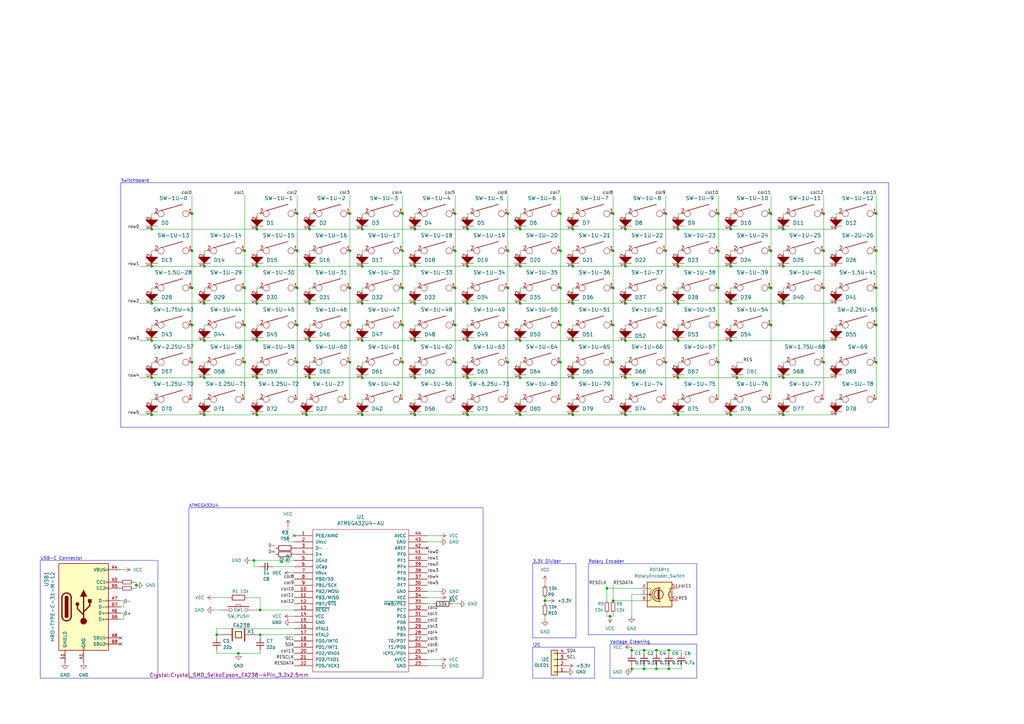
<source format=kicad_sch>
(kicad_sch (version 20230121) (generator eeschema)
  (paper "A3")
  (title_block (title "ATMEGA32U4 Based Keyboard 75% G1-001") (date "10/09/2023") (rev "1.0") (company "Trojan_Pinata"))
  (lib_symbols
    (symbol "Connector_Generic:Conn_01x04" (pin_names (offset 1.016) hide)
      (property "Reference" "J" (at 0 5.08 0))
      (property "Value" "Conn_01x04" (at 0 -7.62 0))
      (symbol "Conn_01x04_1_1"
        (pin passive line (at -5.08 2.54 0) (length 3.81) (name "Pin_1") (number "1"))
        (pin passive line (at -5.08 0 0) (length 3.81) (name "Pin_2") (number "2"))
        (pin passive line (at -5.08 -2.54 0) (length 3.81) (name "Pin_3") (number "3"))
        (pin passive line (at -5.08 -5.08 0) (length 3.81) (name "Pin_4") (number "4"))
      )
    )
    (symbol "Device:C_Small" (pin_numbers hide) (pin_names (offset 0.254) hide)
      (property "Reference" "C" (at 0.254 1.778 0))
      (property "Value" "C_Small" (at 0.254 -2.032 0))
      (symbol "C_Small_1_1"
        (pin passive line (at 0 2.54 270) (length 2.032) (name "~") (number "1"))
        (pin passive line (at 0 -2.54 90) (length 2.032) (name "~") (number "2"))
      )
    )
    (symbol "Device:R" (pin_numbers hide) (pin_names (offset 0))
      (property "Reference" "R" (at 2.032 0 90))
      (property "Value" "R" (at 0 0 90))
      (symbol "R_1_1"
        (pin passive line (at 0 3.81 270) (length 1.27) (name "~") (number "1"))
        (pin passive line (at 0 -3.81 90) (length 1.27) (name "~") (number "2"))
      )
    )
    (symbol "Device:R_Small" (pin_numbers hide) (pin_names (offset 0.254) hide)
      (property "Reference" "R" (at 0.762 0.508 0))
      (property "Value" "R_Small" (at 0.762 -1.016 0))
      (symbol "R_Small_1_1"
        (pin passive line (at 0 2.54 270) (length 0.762) (name "~") (number "1"))
        (pin passive line (at 0 -2.54 90) (length 0.762) (name "~") (number "2"))
      )
    )
    (symbol "Device:RotaryEncoder_Switch" (pin_names (offset 0.254) hide)
      (property "Reference" "SW" (at 0 6.604 0))
      (property "Value" "RotaryEncoder_Switch" (at 0 -6.604 0))
      (symbol "RotaryEncoder_Switch_1_1"
        (pin passive line (at -7.62 2.54 0) (length 2.54) (name "A") (number "A"))
        (pin passive line (at -7.62 -2.54 0) (length 2.54) (name "B") (number "B"))
        (pin passive line (at -7.62 0 0) (length 2.54) (name "C") (number "C"))
        (pin passive line (at 7.62 2.54 180) (length 2.54) (name "S1") (number "S1"))
        (pin passive line (at 7.62 -2.54 180) (length 2.54) (name "S2") (number "S2"))
      )
    )
    (symbol "GND_1" (power) (pin_names (offset 0))
      (property "Value" "GND_1" (at 0 -3.81 0))
      (symbol "GND_1_1_1"
        (pin power_in line (at 0 0 270) (length 0) hide (name "GND") (number "1"))
      )
    )
    (symbol "VCC_1" (power) (pin_names (offset 0))
      (property "Value" "VCC_1" (at 0 3.81 0))
      (symbol "VCC_1_1_1"
        (pin power_in line (at 0 0 90) (length 0) hide (name "VCC") (number "1"))
      )
    )
    (symbol "josh-connector:USB_C_U262-161N-4BVC11" (pin_names (offset 1.016))
      (property "Reference" "J" (at -10.16 19.05 0))
      (property "Value" "josh-connector_USB_C_U262-161N-4BVC11" (at 19.05 19.05 0))
      (symbol "USB_C_U262-161N-4BVC11_1_1"
        (pin power_in line (at 0 -22.86 90) (length 5.08) (name "GND") (number "A1"))
        (pin passive line (at 0 -22.86 90) (length 5.08) hide (name "GND") (number "A12"))
        (pin power_in line (at 15.24 15.24 180) (length 5.08) (name "VBUS") (number "A4"))
        (pin bidirectional line (at 15.24 10.16 180) (length 5.08) (name "CC1") (number "A5"))
        (pin bidirectional line (at 15.24 -2.54 180) (length 5.08) (name "D+") (number "A6"))
        (pin bidirectional line (at 15.24 2.54 180) (length 5.08) (name "D-") (number "A7"))
        (pin bidirectional line (at 15.24 -12.7 180) (length 5.08) (name "SBU1") (number "A8"))
        (pin passive line (at 15.24 15.24 180) (length 5.08) hide (name "VBUS") (number "A9"))
        (pin passive line (at 0 -22.86 90) (length 5.08) hide (name "GND") (number "B1"))
        (pin passive line (at 0 -22.86 90) (length 5.08) hide (name "GND") (number "B12"))
        (pin passive line (at 15.24 15.24 180) (length 5.08) hide (name "VBUS") (number "B4"))
        (pin bidirectional line (at 15.24 7.62 180) (length 5.08) (name "CC2") (number "B5"))
        (pin bidirectional line (at 15.24 -5.08 180) (length 5.08) (name "D+") (number "B6"))
        (pin bidirectional line (at 15.24 0 180) (length 5.08) (name "D-") (number "B7"))
        (pin bidirectional line (at 15.24 -15.24 180) (length 5.08) (name "SBU2") (number "B8"))
        (pin passive line (at 15.24 15.24 180) (length 5.08) hide (name "VBUS") (number "B9"))
        (pin passive line (at -7.62 -22.86 90) (length 5.08) (name "SHIELD") (number "S1"))
      )
    )
    (symbol "keyboard_parts:ATMEGA32U4" (pin_names (offset 1.016))
      (property "Reference" "U" (at 0 -31.75 0))
      (property "Value" "ATMEGA32U4" (at 0 31.75 0))
      (symbol "ATMEGA32U4_1_1"
        (pin bidirectional line (at -26.67 26.67 0) (length 7.62) (name "PE6/AIN0") (number "1"))
        (pin bidirectional line (at -26.67 3.81 0) (length 7.62) (name "PB2/MOSI") (number "10"))
        (pin bidirectional line (at -26.67 1.27 0) (length 7.62) (name "PB3/MISO") (number "11"))
        (pin bidirectional line (at -26.67 -1.27 0) (length 7.62) (name "PB7/~{RTS}") (number "12"))
        (pin input line (at -26.67 -3.81 0) (length 7.62) (name "~{RESET}") (number "13"))
        (pin power_in line (at -26.67 -6.35 0) (length 7.62) (name "VCC") (number "14"))
        (pin power_in line (at -26.67 -8.89 0) (length 7.62) (name "GND") (number "15"))
        (pin input line (at -26.67 -11.43 0) (length 7.62) (name "XTAL1") (number "16"))
        (pin output line (at -26.67 -13.97 0) (length 7.62) (name "XTAL2") (number "17"))
        (pin bidirectional line (at -26.67 -16.51 0) (length 7.62) (name "PD0/INT0") (number "18"))
        (pin bidirectional line (at -26.67 -19.05 0) (length 7.62) (name "PD1/INT1") (number "19"))
        (pin power_in line (at -26.67 24.13 0) (length 7.62) (name "UVcc") (number "2"))
        (pin bidirectional line (at -26.67 -21.59 0) (length 7.62) (name "PD2/RXD1") (number "20"))
        (pin bidirectional line (at -26.67 -24.13 0) (length 7.62) (name "PD3/TXD1") (number "21"))
        (pin bidirectional line (at -26.67 -26.67 0) (length 7.62) (name "PD5/XCK1") (number "22"))
        (pin power_in line (at 27.94 -26.67 180) (length 7.62) (name "GND") (number "23"))
        (pin power_in line (at 27.94 -24.13 180) (length 7.62) (name "AVCC") (number "24"))
        (pin bidirectional line (at 27.94 -21.59 180) (length 7.62) (name "ICP1/PD4") (number "25"))
        (pin bidirectional line (at 27.94 -19.05 180) (length 7.62) (name "T1/PD6") (number "26"))
        (pin bidirectional line (at 27.94 -16.51 180) (length 7.62) (name "T0/PD7") (number "27"))
        (pin bidirectional line (at 27.94 -13.97 180) (length 7.62) (name "PB4") (number "28"))
        (pin bidirectional line (at 27.94 -11.43 180) (length 7.62) (name "PB5") (number "29"))
        (pin bidirectional line (at -26.67 21.59 0) (length 7.62) (name "D-") (number "3"))
        (pin bidirectional line (at 27.94 -8.89 180) (length 7.62) (name "PB6") (number "30"))
        (pin bidirectional line (at 27.94 -6.35 180) (length 7.62) (name "PC6") (number "31"))
        (pin bidirectional line (at 27.94 -3.81 180) (length 7.62) (name "PC7") (number "32"))
        (pin bidirectional line (at 27.94 -1.27 180) (length 7.62) (name "~{HWB/PE2}") (number "33"))
        (pin power_in line (at 27.94 1.27 180) (length 7.62) (name "VCC") (number "34"))
        (pin power_in line (at 27.94 3.81 180) (length 7.62) (name "GND") (number "35"))
        (pin bidirectional line (at 27.94 6.35 180) (length 7.62) (name "PF7") (number "36"))
        (pin bidirectional line (at 27.94 8.89 180) (length 7.62) (name "PF6") (number "37"))
        (pin bidirectional line (at 27.94 11.43 180) (length 7.62) (name "PF5") (number "38"))
        (pin bidirectional line (at 27.94 13.97 180) (length 7.62) (name "PF4") (number "39"))
        (pin bidirectional line (at -26.67 19.05 0) (length 7.62) (name "D+") (number "4"))
        (pin bidirectional line (at 27.94 16.51 180) (length 7.62) (name "PF1") (number "40"))
        (pin bidirectional line (at 27.94 19.05 180) (length 7.62) (name "PF0") (number "41"))
        (pin input line (at 27.94 21.59 180) (length 7.62) (name "AREF") (number "42"))
        (pin power_in line (at 27.94 24.13 180) (length 7.62) (name "GND") (number "43"))
        (pin power_in line (at 27.94 26.67 180) (length 7.62) (name "AVCC") (number "44"))
        (pin power_in line (at -26.67 16.51 0) (length 7.62) (name "UGnd") (number "5"))
        (pin input line (at -26.67 13.97 0) (length 7.62) (name "UCap") (number "6"))
        (pin input line (at -26.67 11.43 0) (length 7.62) (name "VBus") (number "7"))
        (pin bidirectional line (at -26.67 8.89 0) (length 7.62) (name "PB0/SS") (number "8"))
        (pin bidirectional line (at -26.67 6.35 0) (length 7.62) (name "PB1/SCK") (number "9"))
      )
    )
    (symbol "keyboard_parts:D" (pin_names (offset 1.016))
      (property "Reference" "D" (at -3.81 -1.27 90))
      (symbol "D_1_1"
        (pin passive line (at 0 1.27 270) (length 1.27) (name "~") (number "1"))
        (pin passive line (at 0 -3.81 90) (length 1.27) (name "~") (number "2"))
      )
    )
    (symbol "keyboard_parts:KEYSW" (pin_names (offset 1.016))
      (property "Reference" "K?" (at -1.27 0 0))
      (symbol "KEYSW_1_1"
        (pin passive line (at 7.62 0 180) (length 1.27) (name "~") (number "1"))
        (pin passive line (at -7.62 0 0) (length 1.27) (name "~") (number "2"))
      )
    )
    (symbol "keyboard_parts:SW_PUSH" (pin_numbers hide) (pin_names (offset 1.016) hide)
      (property "Reference" "SW" (at 3.81 2.794 0))
      (property "Value" "SW_PUSH" (at 0 -2.032 0))
      (symbol "SW_PUSH_0_1"
        (pin passive inverted (at -7.62 0 0) (length 5.08) (name "1") (number "1"))
        (pin passive inverted (at 7.62 0 180) (length 5.08) (name "2") (number "2"))
      )
    )
    (symbol "keyboard_parts:XTAL" (pin_numbers hide) (pin_names (offset 1.016) hide)
      (property "Reference" "X" (at 0 3.81 0))
      (property "Value" "XTAL" (at 0 -3.81 0))
      (symbol "XTAL_1_1"
        (pin passive line (at -7.62 0 0) (length 5.08) (name "1") (number "1"))
        (pin passive line (at 7.62 0 180) (length 5.08) (name "2") (number "2"))
      )
    )
    (symbol "power:+3.3V" (power) (pin_names (offset 0))
      (property "Value" "+3.3V" (at 0 3.556 0))
      (symbol "+3.3V_1_1"
        (pin power_in line (at 0 0 90) (length 0) hide (name "+3.3V") (number "1"))
      )
    )
    (symbol "power:GND" (power) (pin_names (offset 0))
      (property "Value" "GND" (at 0 -3.81 0))
      (symbol "GND_1_1"
        (pin power_in line (at 0 0 270) (length 0) hide (name "GND") (number "1"))
      )
    )
    (symbol "power:VCC" (power) (pin_names (offset 0))
      (property "Value" "VCC" (at 0 3.81 0))
      (symbol "VCC_1_1"
        (pin power_in line (at 0 0 90) (length 0) hide (name "VCC") (number "1"))
      )
    )
  )
  (junction (at 62.23 139.7))
  (junction (at 127 109.22))
  (junction (at 165.1 102.87))
  (junction (at 191.77 109.22))
  (junction (at 259.08 274.32))
  (junction (at 321.31 93.98))
  (junction (at 229.87 102.87))
  (junction (at 170.18 124.46))
  (junction (at 208.28 87.63))
  (junction (at 121.92 118.11))
  (junction (at 316.23 102.87))
  (junction (at 83.82 154.94))
  (junction (at 143.51 118.11))
  (junction (at 234.95 170.18))
  (junction (at 191.77 139.7))
  (junction (at 105.41 93.98))
  (junction (at 97.79 267.97))
  (junction (at 213.36 109.22))
  (junction (at 165.1 133.35))
  (junction (at 62.23 124.46))
  (junction (at 273.05 148.59))
  (junction (at 278.13 124.46))
  (junction (at 359.41 133.35))
  (junction (at 105.41 109.22))
  (junction (at 148.59 93.98))
  (junction (at 170.18 93.98))
  (junction (at 294.64 102.87))
  (junction (at 106.68 260.35))
  (junction (at 299.72 139.7))
  (junction (at 273.05 87.63))
  (junction (at 170.18 109.22))
  (junction (at 208.28 133.35))
  (junction (at 251.46 87.63))
  (junction (at 250.19 252.73))
  (junction (at 100.33 133.35))
  (junction (at 299.72 109.22))
  (junction (at 105.41 139.7))
  (junction (at 170.18 154.94))
  (junction (at 302.26 154.94))
  (junction (at 186.69 148.59))
  (junction (at 251.46 148.59))
  (junction (at 127 154.94))
  (junction (at 78.74 87.63))
  (junction (at 316.23 133.35))
  (junction (at 148.59 139.7))
  (junction (at 148.59 124.46))
  (junction (at 264.16 266.7))
  (junction (at 148.59 154.94))
  (junction (at 121.92 87.63))
  (junction (at 248.92 241.3))
  (junction (at 273.05 118.11))
  (junction (at 208.28 102.87))
  (junction (at 316.23 87.63))
  (junction (at 78.74 102.87))
  (junction (at 223.52 246.38))
  (junction (at 256.54 93.98))
  (junction (at 170.18 170.18))
  (junction (at 264.16 274.32))
  (junction (at 234.95 93.98))
  (junction (at 143.51 148.59))
  (junction (at 83.82 109.22))
  (junction (at 213.36 93.98))
  (junction (at 213.36 139.7))
  (junction (at 186.69 102.87))
  (junction (at 278.13 109.22))
  (junction (at 105.41 124.46))
  (junction (at 274.32 266.7))
  (junction (at 251.46 133.35))
  (junction (at 299.72 93.98))
  (junction (at 294.64 148.59))
  (junction (at 105.41 154.94))
  (junction (at 78.74 118.11))
  (junction (at 229.87 133.35))
  (junction (at 83.82 170.18))
  (junction (at 78.74 148.59))
  (junction (at 213.36 170.18))
  (junction (at 143.51 102.87))
  (junction (at 269.24 274.32))
  (junction (at 234.95 109.22))
  (junction (at 294.64 87.63))
  (junction (at 88.9 260.35))
  (junction (at 165.1 148.59))
  (junction (at 359.41 87.63))
  (junction (at 256.54 170.18))
  (junction (at 148.59 109.22))
  (junction (at 251.46 102.87))
  (junction (at 229.87 118.11))
  (junction (at 229.87 148.59))
  (junction (at 165.1 118.11))
  (junction (at 55.88 240.03))
  (junction (at 106.68 250.19))
  (junction (at 337.82 102.87))
  (junction (at 359.41 148.59))
  (junction (at 316.23 118.11))
  (junction (at 337.82 118.11))
  (junction (at 321.31 154.94))
  (junction (at 165.1 87.63))
  (junction (at 186.69 87.63))
  (junction (at 143.51 133.35))
  (junction (at 213.36 154.94))
  (junction (at 191.77 154.94))
  (junction (at 273.05 102.87))
  (junction (at 337.82 87.63))
  (junction (at 170.18 139.7))
  (junction (at 274.32 274.32))
  (junction (at 104.14 229.87))
  (junction (at 127 124.46))
  (junction (at 105.41 170.18))
  (junction (at 229.87 87.63))
  (junction (at 148.59 170.18))
  (junction (at 100.33 102.87))
  (junction (at 208.28 148.59))
  (junction (at 191.77 124.46))
  (junction (at 100.33 148.59))
  (junction (at 62.23 154.94))
  (junction (at 359.41 118.11))
  (junction (at 186.69 118.11))
  (junction (at 256.54 124.46))
  (junction (at 278.13 139.7))
  (junction (at 278.13 170.18))
  (junction (at 299.72 124.46))
  (junction (at 259.08 266.7))
  (junction (at 191.77 170.18))
  (junction (at 234.95 154.94))
  (junction (at 100.33 118.11))
  (junction (at 269.24 266.7))
  (junction (at 121.92 102.87))
  (junction (at 321.31 109.22))
  (junction (at 256.54 139.7))
  (junction (at 186.69 133.35))
  (junction (at 337.82 148.59))
  (junction (at 294.64 133.35))
  (junction (at 125.73 170.18))
  (junction (at 294.64 118.11))
  (junction (at 251.46 118.11))
  (junction (at 83.82 124.46))
  (junction (at 234.95 124.46))
  (junction (at 143.51 87.63))
  (junction (at 359.41 102.87))
  (junction (at 256.54 109.22))
  (junction (at 62.23 93.98))
  (junction (at 208.28 118.11))
  (junction (at 78.74 133.35))
  (junction (at 213.36 124.46))
  (junction (at 256.54 154.94))
  (junction (at 127 139.7))
  (junction (at 273.05 133.35))
  (junction (at 321.31 124.46))
  (junction (at 121.92 148.59))
  (junction (at 278.13 154.94))
  (junction (at 234.95 139.7))
  (junction (at 299.72 170.18))
  (junction (at 83.82 139.7))
  (junction (at 121.92 133.35))
  (junction (at 62.23 109.22))
  (junction (at 321.31 170.18))
  (junction (at 127 93.98))
  (junction (at 251.46 246.38))
  (junction (at 62.23 170.18))
  (junction (at 191.77 93.98))
  (junction (at 278.13 93.98))
  (no_connect (at 49.53 261.62))
  (no_connect (at 175.26 224.79))
  (no_connect (at 120.65 219.71))
  (no_connect (at 49.53 264.16))
  (wire (pts (xy 105.41 170.18) (xy 125.73 170.18)))
  (wire (pts (xy 121.92 87.63) (xy 121.92 80.01)))
  (wire (pts (xy 78.74 133.35) (xy 78.74 148.59)))
  (wire (pts (xy 273.05 102.87) (xy 273.05 87.63)))
  (wire (pts (xy 88.9 266.7) (xy 88.9 267.97)))
  (wire (pts (xy 105.41 139.7) (xy 127 139.7)))
  (wire (pts (xy 105.41 260.35) (xy 106.68 260.35)))
  (wire (pts (xy 63.5 133.35) (xy 62.23 133.35)))
  (wire (pts (xy 171.45 148.59) (xy 170.18 148.59)))
  (wire (pts (xy 213.36 93.98) (xy 234.95 93.98)))
  (wire (pts (xy 299.72 133.35) (xy 299.72 134.62)))
  (wire (pts (xy 236.22 87.63) (xy 234.95 87.63)))
  (wire (pts (xy 273.05 118.11) (xy 273.05 102.87)))
  (wire (pts (xy 322.58 87.63) (xy 321.31 87.63)))
  (wire (pts (xy 214.63 102.87) (xy 213.36 102.87)))
  (wire (pts (xy 213.36 165.1) (xy 213.36 163.83)))
  (wire (pts (xy 259.08 274.32) (xy 259.08 275.59)))
  (wire (pts (xy 213.36 154.94) (xy 234.95 154.94)))
  (wire (pts (xy 251.46 148.59) (xy 251.46 163.83)))
  (wire (pts (xy 229.87 148.59) (xy 229.87 163.83)))
  (wire (pts (xy 208.28 118.11) (xy 208.28 102.87)))
  (wire (pts (xy 125.73 170.18) (xy 148.59 170.18)))
  (wire (pts (xy 105.41 154.94) (xy 127 154.94)))
  (wire (pts (xy 248.92 241.3) (xy 262.89 241.3)))
  (wire (pts (xy 105.41 163.83) (xy 105.41 165.1)))
  (wire (pts (xy 171.45 118.11) (xy 170.18 118.11)))
  (wire (pts (xy 186.69 118.11) (xy 186.69 102.87)))
  (wire (pts (xy 143.51 163.83) (xy 143.51 148.59)))
  (wire (pts (xy 264.16 274.32) (xy 259.08 274.32)))
  (wire (pts (xy 269.24 273.05) (xy 269.24 274.32)))
  (wire (pts (xy 236.22 102.87) (xy 234.95 102.87)))
  (wire (pts (xy 208.28 133.35) (xy 208.28 118.11)))
  (wire (pts (xy 229.87 102.87) (xy 229.87 87.63)))
  (wire (pts (xy 121.92 163.83) (xy 121.92 148.59)))
  (wire (pts (xy 106.68 245.11) (xy 106.68 250.19)))
  (wire (pts (xy 119.38 255.27) (xy 120.65 255.27)))
  (wire (pts (xy 294.64 148.59) (xy 294.64 133.35)))
  (wire (pts (xy 127 87.63) (xy 127 88.9)))
  (wire (pts (xy 337.82 148.59) (xy 337.82 163.83)))
  (wire (pts (xy 50.8 246.38) (xy 49.53 246.38)))
  (wire (pts (xy 294.64 87.63) (xy 294.64 102.87)))
  (wire (pts (xy 148.59 163.83) (xy 148.59 165.1)))
  (wire (pts (xy 185.42 247.65) (xy 187.96 247.65)))
  (wire (pts (xy 278.13 118.11) (xy 278.13 119.38)))
  (wire (pts (xy 128.27 102.87) (xy 127 102.87)))
  (wire (pts (xy 100.33 80.01) (xy 100.33 102.87)))
  (wire (pts (xy 125.73 163.83) (xy 125.73 165.1)))
  (wire (pts (xy 223.52 246.38) (xy 223.52 247.65)))
  (wire (pts (xy 342.9 133.35) (xy 344.17 133.35)))
  (wire (pts (xy 88.9 267.97) (xy 97.79 267.97)))
  (wire (pts (xy 105.41 102.87) (xy 105.41 104.14)))
  (wire (pts (xy 85.09 163.83) (xy 83.82 163.83)))
  (wire (pts (xy 105.41 148.59) (xy 105.41 149.86)))
  (wire (pts (xy 100.33 133.35) (xy 100.33 148.59)))
  (wire (pts (xy 234.95 109.22) (xy 256.54 109.22)))
  (wire (pts (xy 78.74 118.11) (xy 78.74 133.35)))
  (wire (pts (xy 273.05 87.63) (xy 273.05 80.01)))
  (wire (pts (xy 148.59 87.63) (xy 148.59 88.9)))
  (wire (pts (xy 342.9 163.83) (xy 344.17 163.83)))
  (wire (pts (xy 175.26 219.71) (xy 180.34 219.71)))
  (wire (pts (xy 106.68 260.35) (xy 106.68 261.62)))
  (wire (pts (xy 49.53 233.68) (xy 50.8 233.68)))
  (wire (pts (xy 321.31 154.94) (xy 342.9 154.94)))
  (wire (pts (xy 50.8 254) (xy 50.8 251.46)))
  (wire (pts (xy 83.82 102.87) (xy 83.82 104.14)))
  (wire (pts (xy 214.63 163.83) (xy 213.36 163.83)))
  (wire (pts (xy 191.77 93.98) (xy 213.36 93.98)))
  (wire (pts (xy 259.08 273.05) (xy 259.08 274.32)))
  (wire (pts (xy 186.69 102.87) (xy 186.69 87.63)))
  (wire (pts (xy 294.64 118.11) (xy 294.64 102.87)))
  (wire (pts (xy 149.86 163.83) (xy 148.59 163.83)))
  (wire (pts (xy 229.87 148.59) (xy 229.87 133.35)))
  (wire (pts (xy 321.31 170.18) (xy 342.9 170.18)))
  (wire (pts (xy 62.23 118.11) (xy 62.23 119.38)))
  (wire (pts (xy 359.41 148.59) (xy 359.41 163.83)))
  (wire (pts (xy 106.68 163.83) (xy 105.41 163.83)))
  (wire (pts (xy 165.1 148.59) (xy 165.1 133.35)))
  (wire (pts (xy 170.18 124.46) (xy 191.77 124.46)))
  (wire (pts (xy 83.82 139.7) (xy 105.41 139.7)))
  (wire (pts (xy 321.31 102.87) (xy 321.31 104.14)))
  (wire (pts (xy 299.72 87.63) (xy 299.72 88.9)))
  (wire (pts (xy 106.68 87.63) (xy 105.41 87.63)))
  (wire (pts (xy 175.26 245.11) (xy 180.34 245.11)))
  (wire (pts (xy 322.58 102.87) (xy 321.31 102.87)))
  (wire (pts (xy 171.45 102.87) (xy 170.18 102.87)))
  (wire (pts (xy 214.63 118.11) (xy 213.36 118.11)))
  (wire (pts (xy 127 93.98) (xy 148.59 93.98)))
  (wire (pts (xy 316.23 133.35) (xy 316.23 163.83)))
  (wire (pts (xy 50.8 248.92) (xy 49.53 248.92)))
  (wire (pts (xy 148.59 93.98) (xy 170.18 93.98)))
  (wire (pts (xy 63.5 163.83) (xy 62.23 163.83)))
  (wire (pts (xy 175.26 242.57) (xy 180.34 242.57)))
  (wire (pts (xy 279.4 133.35) (xy 278.13 133.35)))
  (wire (pts (xy 149.86 148.59) (xy 148.59 148.59)))
  (wire (pts (xy 83.82 124.46) (xy 105.41 124.46)))
  (wire (pts (xy 229.87 118.11) (xy 229.87 102.87)))
  (wire (pts (xy 259.08 252.73) (xy 259.08 243.84)))
  (wire (pts (xy 299.72 102.87) (xy 299.72 104.14)))
  (wire (pts (xy 251.46 148.59) (xy 251.46 133.35)))
  (wire (pts (xy 248.92 251.46) (xy 248.92 252.73)))
  (wire (pts (xy 316.23 133.35) (xy 316.23 118.11)))
  (wire (pts (xy 342.9 118.11) (xy 342.9 119.38)))
  (wire (pts (xy 128.27 148.59) (xy 127 148.59)))
  (wire (pts (xy 234.95 170.18) (xy 256.54 170.18)))
  (wire (pts (xy 128.27 118.11) (xy 127 118.11)))
  (wire (pts (xy 83.82 133.35) (xy 83.82 134.62)))
  (wire (pts (xy 251.46 240.03) (xy 251.46 246.38)))
  (wire (pts (xy 193.04 118.11) (xy 191.77 118.11)))
  (wire (pts (xy 193.04 87.63) (xy 191.77 87.63)))
  (wire (pts (xy 302.26 149.86) (xy 302.26 148.59)))
  (wire (pts (xy 83.82 109.22) (xy 105.41 109.22)))
  (wire (pts (xy 191.77 118.11) (xy 191.77 119.38)))
  (wire (pts (xy 223.52 252.73) (xy 223.52 254)))
  (wire (pts (xy 148.59 124.46) (xy 170.18 124.46)))
  (wire (pts (xy 127 148.59) (xy 127 149.86)))
  (wire (pts (xy 193.04 133.35) (xy 191.77 133.35)))
  (wire (pts (xy 148.59 118.11) (xy 148.59 119.38)))
  (wire (pts (xy 264.16 273.05) (xy 264.16 274.32)))
  (wire (pts (xy 170.18 154.94) (xy 191.77 154.94)))
  (wire (pts (xy 143.51 87.63) (xy 143.51 80.01)))
  (wire (pts (xy 256.54 87.63) (xy 256.54 88.9)))
  (wire (pts (xy 213.36 124.46) (xy 234.95 124.46)))
  (wire (pts (xy 213.36 87.63) (xy 213.36 88.9)))
  (wire (pts (xy 186.69 148.59) (xy 186.69 163.83)))
  (wire (pts (xy 85.09 148.59) (xy 83.82 148.59)))
  (wire (pts (xy 119.38 234.95) (xy 120.65 234.95)))
  (wire (pts (xy 62.23 87.63) (xy 62.23 88.9)))
  (wire (pts (xy 316.23 118.11) (xy 316.23 102.87)))
  (wire (pts (xy 143.51 148.59) (xy 143.51 133.35)))
  (wire (pts (xy 234.95 133.35) (xy 234.95 134.62)))
  (wire (pts (xy 148.59 148.59) (xy 148.59 149.86)))
  (wire (pts (xy 170.18 139.7) (xy 191.77 139.7)))
  (wire (pts (xy 170.18 118.11) (xy 170.18 119.38)))
  (wire (pts (xy 170.18 133.35) (xy 170.18 134.62)))
  (wire (pts (xy 278.13 154.94) (xy 302.26 154.94)))
  (wire (pts (xy 78.74 87.63) (xy 78.74 102.87)))
  (wire (pts (xy 165.1 118.11) (xy 165.1 102.87)))
  (wire (pts (xy 279.4 266.7) (xy 274.32 266.7)))
  (wire (pts (xy 223.52 238.76) (xy 223.52 240.03)))
  (wire (pts (xy 256.54 154.94) (xy 278.13 154.94)))
  (wire (pts (xy 302.26 154.94) (xy 321.31 154.94)))
  (wire (pts (xy 278.13 165.1) (xy 278.13 163.83)))
  (wire (pts (xy 256.54 109.22) (xy 278.13 109.22)))
  (wire (pts (xy 170.18 87.63) (xy 170.18 88.9)))
  (wire (pts (xy 234.95 165.1) (xy 234.95 163.83)))
  (wire (pts (xy 191.77 148.59) (xy 191.77 149.86)))
  (wire (pts (xy 127 109.22) (xy 148.59 109.22)))
  (wire (pts (xy 83.82 163.83) (xy 83.82 165.1)))
  (wire (pts (xy 101.6 245.11) (xy 106.68 245.11)))
  (wire (pts (xy 57.15 154.94) (xy 62.23 154.94)))
  (wire (pts (xy 57.15 170.18) (xy 62.23 170.18)))
  (wire (pts (xy 62.23 124.46) (xy 83.82 124.46)))
  (wire (pts (xy 321.31 109.22) (xy 342.9 109.22)))
  (wire (pts (xy 83.82 148.59) (xy 83.82 149.86)))
  (wire (pts (xy 208.28 148.59) (xy 208.28 133.35)))
  (wire (pts (xy 106.68 148.59) (xy 105.41 148.59)))
  (wire (pts (xy 264.16 266.7) (xy 259.08 266.7)))
  (wire (pts (xy 234.95 154.94) (xy 256.54 154.94)))
  (wire (pts (xy 186.69 133.35) (xy 186.69 118.11)))
  (wire (pts (xy 213.36 170.18) (xy 234.95 170.18)))
  (wire (pts (xy 337.82 87.63) (xy 337.82 102.87)))
  (wire (pts (xy 279.4 273.05) (xy 279.4 274.32)))
  (wire (pts (xy 128.27 133.35) (xy 127 133.35)))
  (wire (pts (xy 171.45 163.83) (xy 170.18 163.83)))
  (wire (pts (xy 127 118.11) (xy 127 119.38)))
  (wire (pts (xy 121.92 148.59) (xy 121.92 133.35)))
  (wire (pts (xy 248.92 252.73) (xy 250.19 252.73)))
  (wire (pts (xy 175.26 222.25) (xy 180.34 222.25)))
  (wire (pts (xy 256.54 102.87) (xy 256.54 104.14)))
  (wire (pts (xy 316.23 87.63) (xy 316.23 102.87)))
  (wire (pts (xy 278.13 133.35) (xy 278.13 134.62)))
  (wire (pts (xy 57.15 93.98) (xy 62.23 93.98)))
  (wire (pts (xy 256.54 163.83) (xy 256.54 165.1)))
  (wire (pts (xy 257.81 87.63) (xy 256.54 87.63)))
  (wire (pts (xy 57.15 124.46) (xy 62.23 124.46)))
  (wire (pts (xy 106.68 133.35) (xy 105.41 133.35)))
  (wire (pts (xy 148.59 133.35) (xy 148.59 134.62)))
  (wire (pts (xy 88.9 261.62) (xy 88.9 260.35)))
  (wire (pts (xy 171.45 87.63) (xy 170.18 87.63)))
  (wire (pts (xy 148.59 170.18) (xy 170.18 170.18)))
  (wire (pts (xy 359.41 118.11) (xy 359.41 133.35)))
  (wire (pts (xy 193.04 102.87) (xy 191.77 102.87)))
  (wire (pts (xy 148.59 109.22) (xy 170.18 109.22)))
  (wire (pts (xy 299.72 93.98) (xy 321.31 93.98)))
  (wire (pts (xy 257.81 118.11) (xy 256.54 118.11)))
  (wire (pts (xy 256.54 93.98) (xy 278.13 93.98)))
  (wire (pts (xy 127 102.87) (xy 127 104.14)))
  (wire (pts (xy 111.76 232.41) (xy 120.65 232.41)))
  (wire (pts (xy 321.31 93.98) (xy 342.9 93.98)))
  (wire (pts (xy 104.14 229.87) (xy 120.65 229.87)))
  (wire (pts (xy 87.63 245.11) (xy 93.98 245.11)))
  (wire (pts (xy 121.92 118.11) (xy 121.92 102.87)))
  (wire (pts (xy 257.81 148.59) (xy 256.54 148.59)))
  (wire (pts (xy 299.72 139.7) (xy 342.9 139.7)))
  (wire (pts (xy 127 124.46) (xy 148.59 124.46)))
  (wire (pts (xy 248.92 240.03) (xy 248.92 241.3)))
  (wire (pts (xy 299.72 170.18) (xy 321.31 170.18)))
  (wire (pts (xy 359.41 80.01) (xy 359.41 87.63)))
  (wire (pts (xy 142.24 163.83) (xy 143.51 163.83)))
  (wire (pts (xy 279.4 148.59) (xy 278.13 148.59)))
  (wire (pts (xy 257.81 163.83) (xy 256.54 163.83)))
  (wire (pts (xy 62.23 133.35) (xy 62.23 134.62)))
  (wire (pts (xy 273.05 148.59) (xy 273.05 163.83)))
  (wire (pts (xy 149.86 87.63) (xy 148.59 87.63)))
  (wire (pts (xy 148.59 154.94) (xy 170.18 154.94)))
  (wire (pts (xy 191.77 139.7) (xy 213.36 139.7)))
  (wire (pts (xy 193.04 148.59) (xy 191.77 148.59)))
  (wire (pts (xy 279.4 87.63) (xy 278.13 87.63)))
  (wire (pts (xy 234.95 139.7) (xy 256.54 139.7)))
  (wire (pts (xy 62.23 163.83) (xy 62.23 165.1)))
  (wire (pts (xy 274.32 273.05) (xy 274.32 274.32)))
  (wire (pts (xy 148.59 102.87) (xy 148.59 104.14)))
  (wire (pts (xy 274.32 274.32) (xy 269.24 274.32)))
  (wire (pts (xy 251.46 102.87) (xy 251.46 87.63)))
  (wire (pts (xy 170.18 102.87) (xy 170.18 104.14)))
  (wire (pts (xy 337.82 118.11) (xy 337.82 102.87)))
  (wire (pts (xy 251.46 133.35) (xy 251.46 118.11)))
  (wire (pts (xy 256.54 148.59) (xy 256.54 149.86)))
  (wire (pts (xy 63.5 87.63) (xy 62.23 87.63)))
  (wire (pts (xy 63.5 118.11) (xy 62.23 118.11)))
  (wire (pts (xy 165.1 133.35) (xy 165.1 118.11)))
  (wire (pts (xy 269.24 266.7) (xy 264.16 266.7)))
  (wire (pts (xy 191.77 163.83) (xy 191.77 165.1)))
  (wire (pts (xy 342.9 102.87) (xy 342.9 104.14)))
  (wire (pts (xy 127 163.83) (xy 125.73 163.83)))
  (wire (pts (xy 106.68 102.87) (xy 105.41 102.87)))
  (wire (pts (xy 62.23 139.7) (xy 83.82 139.7)))
  (wire (pts (xy 278.13 170.18) (xy 299.72 170.18)))
  (wire (pts (xy 321.31 148.59) (xy 322.58 148.59)))
  (wire (pts (xy 186.69 87.63) (xy 186.69 80.01)))
  (wire (pts (xy 127 133.35) (xy 127 134.62)))
  (wire (pts (xy 100.33 102.87) (xy 100.33 118.11)))
  (wire (pts (xy 106.68 232.41) (xy 104.14 232.41)))
  (wire (pts (xy 149.86 133.35) (xy 148.59 133.35)))
  (wire (pts (xy 50.8 248.92) (xy 50.8 246.38)))
  (wire (pts (xy 165.1 148.59) (xy 165.1 163.83)))
  (wire (pts (xy 55.88 241.3) (xy 54.61 241.3)))
  (wire (pts (xy 342.9 87.63) (xy 342.9 88.9)))
  (wire (pts (xy 359.41 87.63) (xy 359.41 102.87)))
  (wire (pts (xy 300.99 118.11) (xy 299.72 118.11)))
  (wire (pts (xy 342.9 148.59) (xy 344.17 148.59)))
  (wire (pts (xy 128.27 87.63) (xy 127 87.63)))
  (wire (pts (xy 208.28 102.87) (xy 208.28 87.63)))
  (wire (pts (xy 274.32 266.7) (xy 274.32 267.97)))
  (wire (pts (xy 175.26 270.51) (xy 180.34 270.51)))
  (wire (pts (xy 234.95 124.46) (xy 256.54 124.46)))
  (wire (pts (xy 278.13 163.83) (xy 279.4 163.83)))
  (wire (pts (xy 78.74 148.59) (xy 78.74 163.83)))
  (wire (pts (xy 214.63 133.35) (xy 213.36 133.35)))
  (wire (pts (xy 234.95 148.59) (xy 234.95 149.86)))
  (wire (pts (xy 256.54 170.18) (xy 278.13 170.18)))
  (wire (pts (xy 55.88 238.76) (xy 55.88 240.03)))
  (wire (pts (xy 344.17 102.87) (xy 342.9 102.87)))
  (wire (pts (xy 251.46 252.73) (xy 251.46 251.46)))
  (wire (pts (xy 300.99 133.35) (xy 299.72 133.35)))
  (wire (pts (xy 191.77 109.22) (xy 213.36 109.22)))
  (wire (pts (xy 85.09 102.87) (xy 83.82 102.87)))
  (wire (pts (xy 191.77 87.63) (xy 191.77 88.9)))
  (wire (pts (xy 259.08 243.84) (xy 262.89 243.84)))
  (wire (pts (xy 62.23 154.94) (xy 83.82 154.94)))
  (wire (pts (xy 149.86 118.11) (xy 148.59 118.11)))
  (wire (pts (xy 273.05 148.59) (xy 273.05 133.35)))
  (wire (pts (xy 104.14 232.41) (xy 104.14 229.87)))
  (wire (pts (xy 299.72 118.11) (xy 299.72 119.38)))
  (wire (pts (xy 256.54 124.46) (xy 278.13 124.46)))
  (wire (pts (xy 170.18 170.18) (xy 191.77 170.18)))
  (wire (pts (xy 229.87 133.35) (xy 229.87 118.11)))
  (wire (pts (xy 83.82 154.94) (xy 105.41 154.94)))
  (wire (pts (xy 321.31 124.46) (xy 342.9 124.46)))
  (wire (pts (xy 106.68 250.19) (xy 120.65 250.19)))
  (wire (pts (xy 321.31 118.11) (xy 321.31 119.38)))
  (wire (pts (xy 279.4 274.32) (xy 274.32 274.32)))
  (wire (pts (xy 316.23 80.01) (xy 316.23 87.63)))
  (wire (pts (xy 171.45 133.35) (xy 170.18 133.35)))
  (wire (pts (xy 127 154.94) (xy 148.59 154.94)))
  (wire (pts (xy 83.82 118.11) (xy 83.82 119.38)))
  (wire (pts (xy 250.19 252.73) (xy 251.46 252.73)))
  (wire (pts (xy 119.38 252.73) (xy 120.65 252.73)))
  (wire (pts (xy 127 139.7) (xy 148.59 139.7)))
  (wire (pts (xy 279.4 267.97) (xy 279.4 266.7)))
  (wire (pts (xy 299.72 124.46) (xy 321.31 124.46)))
  (wire (pts (xy 120.65 222.25) (xy 118.11 222.25)))
  (wire (pts (xy 279.4 118.11) (xy 278.13 118.11)))
  (wire (pts (xy 264.16 266.7) (xy 264.16 267.97)))
  (wire (pts (xy 321.31 87.63) (xy 321.31 88.9)))
  (wire (pts (xy 170.18 165.1) (xy 170.18 163.83)))
  (wire (pts (xy 213.36 118.11) (xy 213.36 119.38)))
  (wire (pts (xy 62.23 148.59) (xy 62.23 149.86)))
  (wire (pts (xy 279.4 102.87) (xy 278.13 102.87)))
  (wire (pts (xy 175.26 247.65) (xy 177.8 247.65)))
  (wire (pts (xy 251.46 246.38) (xy 262.89 246.38)))
  (wire (pts (xy 208.28 163.83) (xy 208.28 148.59)))
  (wire (pts (xy 165.1 102.87) (xy 165.1 87.63)))
  (wire (pts (xy 257.81 102.87) (xy 256.54 102.87)))
  (wire (pts (xy 248.92 246.38) (xy 248.92 241.3)))
  (wire (pts (xy 322.58 118.11) (xy 321.31 118.11)))
  (wire (pts (xy 236.22 148.59) (xy 234.95 148.59)))
  (wire (pts (xy 213.36 109.22) (xy 234.95 109.22)))
  (wire (pts (xy 50.8 254) (xy 49.53 254)))
  (wire (pts (xy 214.63 87.63) (xy 213.36 87.63)))
  (wire (pts (xy 259.08 265.43) (xy 259.08 266.7)))
  (wire (pts (xy 149.86 102.87) (xy 148.59 102.87)))
  (wire (pts (xy 85.09 133.35) (xy 83.82 133.35)))
  (wire (pts (xy 191.77 133.35) (xy 191.77 134.62)))
  (wire (pts (xy 236.22 133.35) (xy 234.95 133.35)))
  (wire (pts (xy 175.26 273.05) (xy 180.34 273.05)))
  (wire (pts (xy 208.28 87.63) (xy 208.28 80.01)))
  (wire (pts (xy 337.82 118.11) (xy 337.82 148.59)))
  (wire (pts (xy 278.13 139.7) (xy 299.72 139.7)))
  (wire (pts (xy 78.74 80.01) (xy 78.74 87.63)))
  (wire (pts (xy 342.9 134.62) (xy 342.9 133.35)))
  (wire (pts (xy 321.31 163.83) (xy 322.58 163.83)))
  (wire (pts (xy 223.52 246.38) (xy 223.52 245.11)))
  (wire (pts (xy 300.99 102.87) (xy 299.72 102.87)))
  (wire (pts (xy 299.72 165.1) (xy 299.72 163.83)))
  (wire (pts (xy 63.5 148.59) (xy 62.23 148.59)))
  (wire (pts (xy 256.54 118.11) (xy 256.54 119.38)))
  (wire (pts (xy 186.69 148.59) (xy 186.69 133.35)))
  (wire (pts (xy 213.36 102.87) (xy 213.36 104.14)))
  (wire (pts (xy 234.95 87.63) (xy 234.95 88.9)))
  (wire (pts (xy 213.36 133.35) (xy 213.36 134.62)))
  (wire (pts (xy 62.23 93.98) (xy 105.41 93.98)))
  (wire (pts (xy 50.8 251.46) (xy 49.53 251.46)))
  (wire (pts (xy 105.41 93.98) (xy 127 93.98)))
  (wire (pts (xy 278.13 109.22) (xy 299.72 109.22)))
  (wire (pts (xy 62.23 102.87) (xy 62.23 104.14)))
  (wire (pts (xy 88.9 257.81) (xy 120.65 257.81)))
  (wire (pts (xy 342.9 149.86) (xy 342.9 148.59)))
  (wire (pts (xy 106.68 260.35) (xy 120.65 260.35)))
  (wire (pts (xy 191.77 124.46) (xy 213.36 124.46)))
  (wire (pts (xy 259.08 266.7) (xy 259.08 267.97)))
  (wire (pts (xy 278.13 124.46) (xy 299.72 124.46)))
  (wire (pts (xy 191.77 170.18) (xy 213.36 170.18)))
  (wire (pts (xy 299.72 163.83) (xy 300.99 163.83)))
  (wire (pts (xy 359.41 133.35) (xy 359.41 148.59)))
  (wire (pts (xy 342.9 165.1) (xy 342.9 163.83)))
  (wire (pts (xy 78.74 102.87) (xy 78.74 118.11)))
  (wire (pts (xy 273.05 133.35) (xy 273.05 118.11)))
  (wire (pts (xy 106.68 118.11) (xy 105.41 118.11)))
  (wire (pts (xy 269.24 274.32) (xy 264.16 274.32)))
  (wire (pts (xy 302.26 148.59) (xy 304.8 148.59)))
  (wire (pts (xy 337.82 80.01) (xy 337.82 87.63)))
  (wire (pts (xy 170.18 93.98) (xy 191.77 93.98)))
  (wire (pts (xy 236.22 118.11) (xy 234.95 118.11)))
  (wire (pts (xy 97.79 267.97) (xy 106.68 267.97)))
  (wire (pts (xy 170.18 109.22) (xy 191.77 109.22)))
  (wire (pts (xy 57.15 109.22) (xy 62.23 109.22)))
  (wire (pts (xy 256.54 139.7) (xy 278.13 139.7)))
  (wire (pts (xy 251.46 118.11) (xy 251.46 102.87)))
  (wire (pts (xy 359.41 118.11) (xy 359.41 102.87)))
  (wire (pts (xy 213.36 139.7) (xy 234.95 139.7)))
  (wire (pts (xy 88.9 260.35) (xy 90.17 260.35)))
  (wire (pts (xy 57.15 139.7) (xy 62.23 139.7)))
  (wire (pts (xy 100.33 148.59) (xy 100.33 163.83)))
  (wire (pts (xy 213.36 148.59) (xy 213.36 149.86)))
  (wire (pts (xy 121.92 102.87) (xy 121.92 87.63)))
  (wire (pts (xy 251.46 87.63) (xy 251.46 80.01)))
  (wire (pts (xy 88.9 260.35) (xy 88.9 257.81)))
  (wire (pts (xy 321.31 165.1) (xy 321.31 163.83)))
  (wire (pts (xy 294.64 80.01) (xy 294.64 87.63)))
  (wire (pts (xy 234.95 118.11) (xy 234.95 119.38)))
  (wire (pts (xy 269.24 266.7) (xy 269.24 267.97)))
  (wire (pts (xy 121.92 133.35) (xy 121.92 118.11)))
  (wire (pts (xy 105.41 87.63) (xy 105.41 88.9)))
  (wire (pts (xy 83.82 170.18) (xy 105.41 170.18)))
  (wire (pts (xy 62.23 170.18) (xy 83.82 170.18)))
  (wire (pts (xy 191.77 102.87) (xy 191.77 104.14)))
  (wire (pts (xy 143.51 102.87) (xy 143.51 87.63)))
  (wire (pts (xy 300.99 87.63) (xy 299.72 87.63)))
  (wire (pts (xy 106.68 250.19) (xy 105.41 250.19)))
  (wire (pts (xy 105.41 124.46) (xy 127 124.46)))
  (wire (pts (xy 294.64 133.35) (xy 294.64 118.11)))
  (wire (pts (xy 214.63 148.59) (xy 213.36 148.59)))
  (wire (pts (xy 55.88 240.03) (xy 55.88 241.3)))
  (wire (pts (xy 191.77 154.94) (xy 213.36 154.94)))
  (wire (pts (xy 294.64 148.59) (xy 294.64 163.83)))
  (wire (pts (xy 87.63 250.19) (xy 90.17 250.19)))
  (wire (pts (xy 224.79 246.38) (xy 223.52 246.38)))
  (wire (pts (xy 105.41 133.35) (xy 105.41 134.62)))
  (wire (pts (xy 143.51 133.35) (xy 143.51 118.11)))
  (wire (pts (xy 234.95 102.87) (xy 234.95 104.14)))
  (wire (pts (xy 344.17 118.11) (xy 342.9 118.11)))
  (wire (pts (xy 274.32 266.7) (xy 269.24 266.7)))
  (wire (pts (xy 278.13 148.59) (xy 278.13 149.86)))
  (wire (pts (xy 62.23 109.22) (xy 83.82 109.22)))
  (wire (pts (xy 234.95 93.98) (xy 256.54 93.98)))
  (wire (pts (xy 193.04 163.83) (xy 191.77 163.83)))
  (wire (pts (xy 85.09 118.11) (xy 83.82 118.11)))
  (wire (pts (xy 143.51 118.11) (xy 143.51 102.87)))
  (wire (pts (xy 299.72 109.22) (xy 321.31 109.22)))
  (wire (pts (xy 106.68 267.97) (xy 106.68 266.7)))
  (wire (pts (xy 55.88 238.76) (xy 54.61 238.76)))
  (wire (pts (xy 105.41 118.11) (xy 105.41 119.38)))
  (wire (pts (xy 278.13 87.63) (xy 278.13 88.9)))
  (wire (pts (xy 234.95 163.83) (xy 236.22 163.83)))
  (wire (pts (xy 118.11 222.25) (xy 118.11 215.9)))
  (wire (pts (xy 102.87 229.87) (xy 104.14 229.87)))
  (wire (pts (xy 105.41 109.22) (xy 127 109.22)))
  (wire (pts (xy 256.54 133.35) (xy 256.54 134.62)))
  (wire (pts (xy 63.5 102.87) (xy 62.23 102.87)))
  (wire (pts (xy 278.13 93.98) (xy 299.72 93.98)))
  (wire (pts (xy 148.59 139.7) (xy 170.18 139.7)))
  (wire (pts (xy 100.33 118.11) (xy 100.33 133.35)))
  (wire (pts (xy 344.17 87.63) (xy 342.9 87.63)))
  (wire (pts (xy 229.87 87.63) (xy 229.87 80.01)))
  (wire (pts (xy 321.31 149.86) (xy 321.31 148.59)))
  (wire (pts (xy 165.1 87.63) (xy 165.1 80.01)))
  (wire (pts (xy 170.18 148.59) (xy 170.18 149.86)))
  (wire (pts (xy 278.13 102.87) (xy 278.13 104.14)))
  (wire (pts (xy 257.81 133.35) (xy 256.54 133.35)))
  (rectangle (start 77.47 208.28) (end 198.12 278.13))
  (rectangle (start 16.51 229.87) (end 64.77 278.13))
  (rectangle (start 241.3 231.14) (end 285.75 260.35))
  (rectangle (start 250.19 264.16) (end 285.75 278.13))
  (rectangle (start 49.53 74.93) (end 364.49 175.26))
  (rectangle (start 218.44 231.14) (end 236.22 261.62))
  (rectangle (start 218.44 265.43) (end 243.84 278.13))
  (text "Voltage Cleaning" (at 250.19 264.16 0) (effects (font (size 1.27 1.27)) (justify left bottom)))
  (text "3.3V Divider" (at 218.44 231.14 0) (effects (font (size 1.27 1.27)) (justify left bottom)))
  (text "Switchboard" (at 49.53 74.93 0) (effects (font (size 1.27 1.27)) (justify left bottom)))
  (text "Rotary Encoder" (at 241.3 231.14 0) (effects (font (size 1.27 1.27)) (justify left bottom)))
  (text "ATMEGA32U4" (at 77.47 208.28 0) (effects (font (size 1.27 1.27)) (justify left bottom)))
  (text "USB-C Connector" (at 16.51 229.87 0) (effects (font (size 1.27 1.27)) (justify left bottom)))
  (text "I2C" (at 218.44 265.43 0) (effects (font (size 1.27 1.27)) (justify left bottom)))
  (label "col11" (at 316.23 80.01 180))
  (label "D+" (at 113.03 227.33 180))
  (label "RESDATA" (at 251.46 240.03 0))
  (label "col0" (at 78.74 80.01 180))
  (label "col7" (at 229.87 80.01 180))
  (label "col10" (at 294.64 80.01 180))
  (label "row2" (at 175.26 232.41 0))
  (label "col5" (at 186.69 80.01 180))
  (label "col4" (at 165.1 80.01 180))
  (label "row0" (at 57.15 93.98 180))
  (label "col6" (at 175.26 265.43 0))
  (label "col9" (at 120.65 240.03 180))
  (label "row5" (at 175.26 240.03 0))
  (label "row0" (at 175.26 227.33 0))
  (label "row5" (at 57.15 170.18 180))
  (label "col3" (at 143.51 80.01 180))
  (label "D-" (at 50.8 247.65 0))
  (label "col13" (at 359.41 80.01 180))
  (label "D-" (at 113.03 224.79 180))
  (label "SCL" (at 232.41 270.51 0))
  (label "col6" (at 208.28 80.01 180))
  (label "col11" (at 278.13 241.3 0))
  (label "RESCLK" (at 248.92 240.03 180))
  (label "row3" (at 57.15 139.7 180))
  (label "RES" (at 304.8 148.59 0))
  (label "col11" (at 120.65 245.11 180))
  (label "col1" (at 175.26 252.73 0))
  (label "RESDATA" (at 120.65 273.05 180))
  (label "row2" (at 57.15 124.46 180))
  (label "col8" (at 120.65 237.49 180))
  (label "col9" (at 273.05 80.01 180))
  (label "SDA" (at 120.65 265.43 180))
  (label "col12" (at 120.65 247.65 180))
  (label "row1" (at 175.26 229.87 0))
  (label "RES" (at 278.13 246.38 0))
  (label "col7" (at 175.26 267.97 0))
  (label "col5" (at 175.26 262.89 0))
  (label "col8" (at 251.46 80.01 180))
  (label "col10" (at 120.65 242.57 180))
  (label "col2" (at 175.26 255.27 0))
  (label "row4" (at 57.15 154.94 180))
  (label "row1" (at 57.15 109.22 180))
  (label "col3" (at 175.26 257.81 0))
  (label "col2" (at 121.92 80.01 180))
  (label "col13" (at 120.65 267.97 180))
  (label "SDA" (at 232.41 267.97 0))
  (label "col0" (at 175.26 250.19 0))
  (label "row3" (at 175.26 234.95 0))
  (label "col1" (at 100.33 80.01 180))
  (label "col4" (at 175.26 260.35 0))
  (label "row4" (at 175.26 237.49 0))
  (label "D+" (at 50.8 252.73 0))
  (label "col12" (at 337.82 80.01 180))
  (label "SCL" (at 120.65 262.89 180))
  (label "RESCLK" (at 120.65 270.51 180))
  (symbol (lib_name "VCC_1") (lib_id "power:VCC") (at 119.38 252.73 90) (unit 1)
    (property "Reference" "#PWR09" (effects hide))
    (property "Value" "VCC" (at 115.57 252.73 90) (effects (justify left)))
  )
  (symbol (lib_id "keyboard_parts:D") (at 148.59 107.95 180) (unit 1)
    (property "Reference" "D17" (at 152.4 106.68 0) (effects (font (size 1.524 1.524)) (justify right)))
    (property "Value" "D" (effects hide))
    (property "Footprint" "Diode_SMD:D_SOD-123" (effects hide))
  )
  (symbol (lib_id "keyboard_parts:KEYSW") (at 179.07 102.87 0) (unit 1)
    (property "Reference" "SW-1U-18" (at 179.07 96.52 0) (effects (font (size 1.524 1.524))))
    (property "Value" "KEYSW" (effects hide))
    (property "Footprint" "MX_Only:MXOnly-1U-Hotswap" (effects hide))
  )
  (symbol (lib_id "keyboard_parts:D") (at 278.13 168.91 180) (unit 1)
    (property "Reference" "D75" (at 281.94 167.64 0) (effects (font (size 1.524 1.524)) (justify right)))
    (property "Value" "D" (effects hide))
    (property "Footprint" "Diode_SMD:D_SOD-123" (effects hide))
  )
  (symbol (lib_id "keyboard_parts:D") (at 105.41 153.67 180) (unit 1)
    (property "Reference" "D59" (at 109.22 152.4 0) (effects (font (size 1.524 1.524)) (justify right)))
    (property "Value" "D" (effects hide))
    (property "Footprint" "Diode_SMD:D_SOD-123" (effects hide))
  )
  (symbol (lib_id "keyboard_parts:KEYSW") (at 308.61 133.35 0) (unit 1)
    (property "Reference" "SW-1U-54" (at 308.61 127 0) (effects (font (size 1.524 1.524))))
    (property "Value" "KEYSW" (effects hide))
    (property "Footprint" "MX_Only:MXOnly-1U-Hotswap" (effects hide))
  )
  (symbol (lib_id "keyboard_parts:D") (at 127 123.19 180) (unit 1)
    (property "Reference" "D31" (at 130.81 121.92 0) (effects (font (size 1.524 1.524)) (justify right)))
    (property "Value" "D" (effects hide))
    (property "Footprint" "Diode_SMD:D_SOD-123" (effects hide))
  )
  (symbol (lib_id "keyboard_parts:KEYSW") (at 330.2 87.63 0) (unit 1)
    (property "Reference" "SW-1U-11" (at 330.2 81.28 0) (effects (font (size 1.524 1.524))))
    (property "Value" "KEYSW" (effects hide))
    (property "Footprint" "MX_Only:MXOnly-1U-Hotswap" (effects hide))
  )
  (symbol (lib_id "keyboard_parts:D") (at 170.18 138.43 180) (unit 1)
    (property "Reference" "D48" (at 173.99 137.16 0) (effects (font (size 1.524 1.524)) (justify right)))
    (property "Value" "D" (effects hide))
    (property "Footprint" "Diode_SMD:D_SOD-123" (effects hide))
  )
  (symbol (lib_id "Device:R_Small") (at 223.52 250.19 180) (unit 1)
    (property "Reference" "R10" (at 228.6 251.46 0) (effects (justify left)))
    (property "Value" "10k" (at 228.6 248.92 0) (effects (justify left)))
    (property "Footprint" "Resistor_SMD:R_1206_3216Metric" (effects hide))
  )
  (symbol (lib_id "Device:RotaryEncoder_Switch") (at 270.51 243.84 0) (unit 1)
    (property "Reference" "ROTARY1" (at 270.51 233.68 0))
    (property "Value" "RotaryEncoder_Switch" (at 270.51 236.22 0))
    (property "Footprint" "Rotary_Encoder:RotaryEncoder_Alps_EC11E-Switch_Vertical_H20mm_CircularMountingHoles" (effects hide))
  )
  (symbol (lib_id "keyboard_parts:D") (at 342.9 92.71 180) (unit 1)
    (property "Reference" "D12" (at 346.71 91.44 0) (effects (font (size 1.524 1.524)) (justify right)))
    (property "Value" "D" (effects hide))
    (property "Footprint" "Diode_SMD:D_SOD-123" (effects hide))
  )
  (symbol (lib_id "keyboard_parts:KEYSW") (at 287.02 118.11 0) (unit 1)
    (property "Reference" "SW-1U-38" (at 287.02 111.76 0) (effects (font (size 1.524 1.524))))
    (property "Value" "KEYSW" (effects hide))
    (property "Footprint" "MX_Only:MXOnly-1U-Hotswap" (effects hide))
  )
  (symbol (lib_id "keyboard_parts:KEYSW") (at 243.84 133.35 0) (unit 1)
    (property "Reference" "SW-1U-51" (at 243.84 127 0) (effects (font (size 1.524 1.524))))
    (property "Value" "KEYSW" (effects hide))
    (property "Footprint" "MX_Only:MXOnly-1U-Hotswap" (effects hide))
  )
  (symbol (lib_id "keyboard_parts:KEYSW") (at 71.12 163.83 0) (unit 1)
    (property "Reference" "SW-1.25U-70" (at 71.12 157.48 0) (effects (font (size 1.524 1.524))))
    (property "Value" "KEYSW" (effects hide))
    (property "Footprint" "MX_Only:MXOnly-1.25U-Hotswap" (effects hide))
  )
  (symbol (lib_name "GND_1") (lib_id "power:GND") (at 97.79 267.97 0) (unit 1)
    (property "Reference" "#PWR05" (effects hide))
    (property "Value" "GND" (at 97.79 273.05 0))
  )
  (symbol (lib_id "keyboard_parts:D") (at 321.31 153.67 180) (unit 1)
    (property "Reference" "D68" (at 325.12 152.4 0) (effects (font (size 1.524 1.524)) (justify right)))
    (property "Value" "D" (effects hide))
    (property "Footprint" "Diode_SMD:D_SOD-123" (effects hide))
  )
  (symbol (lib_id "keyboard_parts:KEYSW") (at 287.02 148.59 0) (unit 1)
    (property "Reference" "SW-1U-67" (at 287.02 142.24 0) (effects (font (size 1.524 1.524))))
    (property "Value" "KEYSW" (effects hide))
    (property "Footprint" "MX_Only:MXOnly-1U-Hotswap" (effects hide))
  )
  (symbol (lib_id "keyboard_parts:KEYSW") (at 179.07 87.63 0) (unit 1)
    (property "Reference" "SW-1U-4" (at 179.07 81.28 0) (effects (font (size 1.524 1.524))))
    (property "Value" "KEYSW" (effects hide))
    (property "Footprint" "MX_Only:MXOnly-1U-Hotswap" (effects hide))
  )
  (symbol (lib_id "keyboard_parts:KEYSW") (at 222.25 102.87 0) (unit 1)
    (property "Reference" "SW-1U-20" (at 222.25 96.52 0) (effects (font (size 1.524 1.524))))
    (property "Value" "KEYSW" (effects hide))
    (property "Footprint" "MX_Only:MXOnly-1U-Hotswap" (effects hide))
  )
  (symbol (lib_id "keyboard_parts:D") (at 299.72 168.91 180) (unit 1)
    (property "Reference" "D76" (at 303.53 167.64 0) (effects (font (size 1.524 1.524)) (justify right)))
    (property "Value" "D" (effects hide))
    (property "Footprint" "Diode_SMD:D_SOD-123" (effects hide))
  )
  (symbol (lib_id "keyboard_parts:KEYSW") (at 179.07 133.35 0) (unit 1)
    (property "Reference" "SW-1U-48" (at 179.07 127 0) (effects (font (size 1.524 1.524))))
    (property "Value" "KEYSW" (effects hide))
    (property "Footprint" "MX_Only:MXOnly-1U-Hotswap" (effects hide))
  )
  (symbol (lib_id "keyboard_parts:D") (at 213.36 138.43 180) (unit 1)
    (property "Reference" "D50" (at 217.17 137.16 0) (effects (font (size 1.524 1.524)) (justify right)))
    (property "Value" "D" (effects hide))
    (property "Footprint" "Diode_SMD:D_SOD-123" (effects hide))
  )
  (symbol (lib_id "keyboard_parts:KEYSW") (at 351.79 102.87 0) (unit 1)
    (property "Reference" "SW-2U-26" (at 351.79 96.52 0) (effects (font (size 1.524 1.524))))
    (property "Value" "KEYSW" (effects hide))
    (property "Footprint" "MX_Only:MXOnly-2U-Hotswap" (effects hide))
  )
  (symbol (lib_id "keyboard_parts:KEYSW") (at 308.61 87.63 0) (unit 1)
    (property "Reference" "SW-1U-10" (at 308.61 81.28 0) (effects (font (size 1.524 1.524))))
    (property "Value" "KEYSW" (effects hide))
    (property "Footprint" "MX_Only:MXOnly-1U-Hotswap" (effects hide))
  )
  (symbol (lib_id "keyboard_parts:D") (at 62.23 123.19 180) (unit 1)
    (property "Reference" "D28" (at 66.04 121.92 0) (effects (font (size 1.524 1.524)) (justify right)))
    (property "Value" "D" (effects hide))
    (property "Footprint" "Diode_SMD:D_SOD-123" (effects hide))
  )
  (symbol (lib_id "keyboard_parts:KEYSW") (at 179.07 118.11 0) (unit 1)
    (property "Reference" "SW-1U-33" (at 179.07 111.76 0) (effects (font (size 1.524 1.524))))
    (property "Value" "KEYSW" (effects hide))
    (property "Footprint" "MX_Only:MXOnly-1U-Hotswap" (effects hide))
  )
  (symbol (lib_id "keyboard_parts:D") (at 278.13 138.43 180) (unit 1)
    (property "Reference" "D53" (at 281.94 137.16 0) (effects (font (size 1.524 1.524)) (justify right)))
    (property "Value" "D" (effects hide))
    (property "Footprint" "Diode_SMD:D_SOD-123" (effects hide))
  )
  (symbol (lib_id "keyboard_parts:KEYSW") (at 351.79 118.11 0) (unit 1)
    (property "Reference" "SW-1.5U-41" (at 351.79 111.76 0) (effects (font (size 1.524 1.524))))
    (property "Value" "KEYSW" (effects hide))
    (property "Footprint" "MX_Only:MXOnly-1.5U-Hotswap" (effects hide))
  )
  (symbol (lib_id "Device:R_Small") (at 251.46 248.92 0) (unit 1)
    (property "Reference" "R6" (at 252.73 247.65 0) (effects (justify left)))
    (property "Value" "10k" (at 252.73 250.19 0) (effects (justify left)))
    (property "Footprint" "Resistor_SMD:R_1206_3216Metric" (effects hide))
  )
  (symbol (lib_id "keyboard_parts:D") (at 127 92.71 180) (unit 1)
    (property "Reference" "D2" (at 130.81 91.44 0) (effects (font (size 1.524 1.524)) (justify right)))
    (property "Value" "D" (effects hide))
    (property "Footprint" "Diode_SMD:D_SOD-123" (effects hide))
  )
  (symbol (lib_id "Device:C_Small") (at 109.22 232.41 90) (unit 1)
    (property "Reference" "C8" (at 109.22 237.49 90))
    (property "Value" "1u" (at 109.22 234.95 90))
    (property "Footprint" "Capacitor_SMD:C_0805_2012Metric_Pad1.18x1.45mm_HandSolder" (effects hide))
  )
  (symbol (lib_id "Device:C_Small") (at 269.24 270.51 0) (unit 1)
    (property "Reference" "C4" (at 270.51 267.97 0) (effects (justify left)))
    (property "Value" "0.1u" (at 270.51 271.78 0) (effects (justify left)))
    (property "Footprint" "Capacitor_SMD:C_0805_2012Metric_Pad1.18x1.45mm_HandSolder" (effects hide))
  )
  (symbol (lib_id "Device:R_Small") (at 223.52 242.57 180) (unit 1)
    (property "Reference" "R9" (at 227.33 243.84 0) (effects (justify left)))
    (property "Value" "10k" (at 228.6 241.3 0) (effects (justify left)))
    (property "Footprint" "Resistor_SMD:R_1206_3216Metric" (effects hide))
  )
  (symbol (lib_id "keyboard_parts:KEYSW") (at 265.43 87.63 0) (unit 1)
    (property "Reference" "SW-1U-8" (at 265.43 81.28 0) (effects (font (size 1.524 1.524))))
    (property "Value" "KEYSW" (effects hide))
    (property "Footprint" "MX_Only:MXOnly-1U-Hotswap" (effects hide))
  )
  (symbol (lib_id "keyboard_parts:D") (at 213.36 168.91 180) (unit 1)
    (property "Reference" "D80" (at 217.17 167.64 0) (effects (font (size 1.524 1.524)) (justify right)))
    (property "Value" "D" (effects hide))
    (property "Footprint" "Diode_SMD:D_SOD-123" (effects hide))
  )
  (symbol (lib_id "keyboard_parts:KEYSW") (at 200.66 102.87 0) (unit 1)
    (property "Reference" "SW-1U-19" (at 200.66 96.52 0) (effects (font (size 1.524 1.524))))
    (property "Value" "KEYSW" (effects hide))
    (property "Footprint" "MX_Only:MXOnly-1U-Hotswap" (effects hide))
  )
  (symbol (lib_id "keyboard_parts:D") (at 256.54 107.95 180) (unit 1)
    (property "Reference" "D22" (at 260.35 106.68 0) (effects (font (size 1.524 1.524)) (justify right)))
    (property "Value" "D" (effects hide))
    (property "Footprint" "Diode_SMD:D_SOD-123" (effects hide))
  )
  (symbol (lib_id "keyboard_parts:KEYSW") (at 243.84 148.59 0) (unit 1)
    (property "Reference" "SW-1U-65" (at 243.84 142.24 0) (effects (font (size 1.524 1.524))))
    (property "Value" "KEYSW" (effects hide))
    (property "Footprint" "MX_Only:MXOnly-1U-Hotswap" (effects hide))
  )
  (symbol (lib_id "keyboard_parts:D") (at 62.23 92.71 180) (unit 1)
    (property "Reference" "D0" (at 66.04 91.44 0) (effects (font (size 1.524 1.524)) (justify right)))
    (property "Value" "D" (effects hide))
    (property "Footprint" "Diode_SMD:D_SOD-123" (effects hide))
  )
  (symbol (lib_id "keyboard_parts:KEYSW") (at 157.48 118.11 0) (unit 1)
    (property "Reference" "SW-1U-32" (at 157.48 111.76 0) (effects (font (size 1.524 1.524))))
    (property "Value" "KEYSW" (effects hide))
    (property "Footprint" "MX_Only:MXOnly-1U-Hotswap" (effects hide))
  )
  (symbol (lib_id "power:GND") (at 223.52 254 0) (unit 1)
    (property "Reference" "#PWR027" (effects hide))
    (property "Value" "GND" (at 223.52 259.08 0))
  )
  (symbol (lib_id "keyboard_parts:D") (at 302.26 153.67 180) (unit 1)
    (property "Reference" "D81" (at 306.07 152.4 0) (effects (font (size 1.524 1.524)) (justify right)))
    (property "Value" "D" (effects hide))
    (property "Footprint" "Diode_SMD:D_SOD-123" (effects hide))
  )
  (symbol (lib_id "keyboard_parts:KEYSW") (at 92.71 118.11 0) (unit 1)
    (property "Reference" "SW-1U-29" (at 92.71 111.76 0) (effects (font (size 1.524 1.524))))
    (property "Value" "KEYSW" (effects hide))
    (property "Footprint" "MX_Only:MXOnly-1U-Hotswap" (effects hide))
  )
  (symbol (lib_id "keyboard_parts:D") (at 170.18 123.19 180) (unit 1)
    (property "Reference" "D33" (at 173.99 121.92 0) (effects (font (size 1.524 1.524)) (justify right)))
    (property "Value" "D" (effects hide))
    (property "Footprint" "Diode_SMD:D_SOD-123" (effects hide))
  )
  (symbol (lib_id "keyboard_parts:KEYSW") (at 330.2 118.11 0) (unit 1)
    (property "Reference" "SW-1U-40" (at 330.2 111.76 0) (effects (font (size 1.524 1.524))))
    (property "Value" "KEYSW" (effects hide))
    (property "Footprint" "MX_Only:MXOnly-1U-Hotswap" (effects hide))
  )
  (symbol (lib_id "keyboard_parts:KEYSW") (at 157.48 133.35 0) (unit 1)
    (property "Reference" "SW-1U-47" (at 157.48 127 0) (effects (font (size 1.524 1.524))))
    (property "Value" "KEYSW" (effects hide))
    (property "Footprint" "MX_Only:MXOnly-1U-Hotswap" (effects hide))
  )
  (symbol (lib_id "keyboard_parts:XTAL") (at 97.79 260.35 0) (unit 1)
    (property "Reference" "X1" (at 102.87 259.08 0) (effects (font (size 1.524 1.524))))
    (property "Value" "FA238" (at 99.06 256.54 0) (effects (font (size 1.524 1.524))))
    (property "Footprint" "Crystal:Crystal_SMD_SeikoEpson_FA238-4Pin_3.2x2.5mm" (at 93.98 276.86 0) (effects (font (size 1.524 1.524))))
  )
  (symbol (lib_id "keyboard_parts:D") (at 83.82 168.91 180) (unit 1)
    (property "Reference" "D71" (at 87.63 167.64 0) (effects (font (size 1.524 1.524)) (justify right)))
    (property "Value" "D" (effects hide))
    (property "Footprint" "Diode_SMD:D_SOD-123" (effects hide))
  )
  (symbol (lib_id "keyboard_parts:KEYSW") (at 243.84 118.11 0) (unit 1)
    (property "Reference" "SW-1U-36" (at 243.84 111.76 0) (effects (font (size 1.524 1.524))))
    (property "Value" "KEYSW" (effects hide))
    (property "Footprint" "MX_Only:MXOnly-1U-Hotswap" (effects hide))
  )
  (symbol (lib_name "VCC_1") (lib_id "power:VCC") (at 119.38 234.95 90) (unit 1)
    (property "Reference" "#PWR08" (effects hide))
    (property "Value" "VCC" (at 115.57 234.95 90) (effects (justify left)))
  )
  (symbol (lib_id "keyboard_parts:KEYSW") (at 287.02 133.35 0) (unit 1)
    (property "Reference" "SW-1U-53" (at 287.02 127 0) (effects (font (size 1.524 1.524))))
    (property "Value" "KEYSW" (effects hide))
    (property "Footprint" "MX_Only:MXOnly-1U-Hotswap" (effects hide))
  )
  (symbol (lib_id "Connector_Generic:Conn_01x04") (at 227.33 273.05 180) (unit 1)
    (property "Reference" "OLED1" (at 225.298 272.8468 0) (effects (justify left)))
    (property "Value" "I2C" (at 225.298 270.5354 0) (effects (justify left)))
    (property "Footprint" "Connector_PinSocket_2.54mm:PinSocket_1x04_P2.54mm_Vertical" (effects hide))
  )
  (symbol (lib_id "keyboard_parts:KEYSW") (at 308.61 163.83 0) (unit 1)
    (property "Reference" "SW-1U-76" (at 308.61 157.48 0) (effects (font (size 1.524 1.524))))
    (property "Value" "KEYSW" (effects hide))
    (property "Footprint" "MX_Only:MXOnly-1U-Hotswap" (effects hide))
  )
  (symbol (lib_id "keyboard_parts:D") (at 234.95 138.43 180) (unit 1)
    (property "Reference" "D51" (at 238.76 137.16 0) (effects (font (size 1.524 1.524)) (justify right)))
    (property "Value" "D" (effects hide))
    (property "Footprint" "Diode_SMD:D_SOD-123" (effects hide))
  )
  (symbol (lib_id "keyboard_parts:D") (at 256.54 92.71 180) (unit 1)
    (property "Reference" "D8" (at 260.35 91.44 0) (effects (font (size 1.524 1.524)) (justify right)))
    (property "Value" "D" (effects hide))
    (property "Footprint" "Diode_SMD:D_SOD-123" (effects hide))
  )
  (symbol (lib_id "keyboard_parts:D") (at 234.95 92.71 180) (unit 1)
    (property "Reference" "D7" (at 238.76 91.44 0) (effects (font (size 1.524 1.524)) (justify right)))
    (property "Value" "D" (effects hide))
    (property "Footprint" "Diode_SMD:D_SOD-123" (effects hide))
  )
  (symbol (lib_id "keyboard_parts:KEYSW") (at 71.12 102.87 0) (unit 1)
    (property "Reference" "SW-1U-13" (at 71.12 96.52 0) (effects (font (size 1.524 1.524))))
    (property "Value" "KEYSW" (effects hide))
    (property "Footprint" "MX_Only:MXOnly-1U-Hotswap" (effects hide))
  )
  (symbol (lib_id "keyboard_parts:D") (at 127 138.43 180) (unit 1)
    (property "Reference" "D46" (at 130.81 137.16 0) (effects (font (size 1.524 1.524)) (justify right)))
    (property "Value" "D" (effects hide))
    (property "Footprint" "Diode_SMD:D_SOD-123" (effects hide))
  )
  (symbol (lib_name "GND_1") (lib_id "power:GND") (at 180.34 242.57 90) (unit 1)
    (property "Reference" "#PWR029" (effects hide))
    (property "Value" "GND" (at 184.15 242.57 90) (effects (justify right)))
  )
  (symbol (lib_id "keyboard_parts:D") (at 234.95 123.19 180) (unit 1)
    (property "Reference" "D36" (at 238.76 121.92 0) (effects (font (size 1.524 1.524)) (justify right)))
    (property "Value" "D" (effects hide))
    (property "Footprint" "Diode_SMD:D_SOD-123" (effects hide))
  )
  (symbol (lib_id "keyboard_parts:KEYSW") (at 351.79 148.59 0) (unit 1)
    (property "Reference" "SW-69" (at 351.79 142.24 0) (effects (font (size 1.524 1.524))))
    (property "Value" "KEYSW" (effects hide))
    (property "Footprint" "MX_Only:MXOnly-1U-Hotswap" (effects hide))
  )
  (symbol (lib_name "VCC_1") (lib_id "power:VCC") (at 180.34 219.71 270) (unit 1)
    (property "Reference" "#PWR011" (effects hide))
    (property "Value" "VCC" (at 184.15 219.71 90) (effects (justify left)))
  )
  (symbol (lib_id "Device:R_Small") (at 52.07 241.3 90) (unit 1)
    (property "Reference" "R7" (effects hide))
    (property "Value" "5.1k" (effects hide))
    (property "Footprint" "Resistor_SMD:R_1206_3216Metric" (effects hide))
    (property "LCSC" "C25905" (effects hide))
  )
  (symbol (lib_id "keyboard_parts:D") (at 256.54 123.19 180) (unit 1)
    (property "Reference" "D37" (at 260.35 121.92 0) (effects (font (size 1.524 1.524)) (justify right)))
    (property "Value" "D" (effects hide))
    (property "Footprint" "Diode_SMD:D_SOD-123" (effects hide))
  )
  (symbol (lib_name "VCC_1") (lib_id "power:VCC") (at 50.8 233.68 270) (unit 1)
    (property "Reference" "#PWR017" (effects hide))
    (property "Value" "VCC" (at 54.61 233.68 90) (effects (justify left)))
  )
  (symbol (lib_id "keyboard_parts:D") (at 299.72 138.43 180) (unit 1)
    (property "Reference" "D54" (at 303.53 137.16 0) (effects (font (size 1.524 1.524)) (justify right)))
    (property "Value" "D" (effects hide))
    (property "Footprint" "Diode_SMD:D_SOD-123" (effects hide))
  )
  (symbol (lib_id "keyboard_parts:KEYSW") (at 114.3 148.59 0) (unit 1)
    (property "Reference" "SW-1U-59" (at 114.3 142.24 0) (effects (font (size 1.524 1.524))))
    (property "Value" "KEYSW" (effects hide))
    (property "Footprint" "MX_Only:MXOnly-1U-Hotswap" (effects hide))
  )
  (symbol (lib_id "keyboard_parts:KEYSW") (at 308.61 102.87 0) (unit 1)
    (property "Reference" "SW-1U-24" (at 308.61 96.52 0) (effects (font (size 1.524 1.524))))
    (property "Value" "KEYSW" (effects hide))
    (property "Footprint" "MX_Only:MXOnly-1U-Hotswap" (effects hide))
  )
  (symbol (lib_id "keyboard_parts:D") (at 213.36 107.95 180) (unit 1)
    (property "Reference" "D20" (at 217.17 106.68 0) (effects (font (size 1.524 1.524)) (justify right)))
    (property "Value" "D" (effects hide))
    (property "Footprint" "Diode_SMD:D_SOD-123" (effects hide))
  )
  (symbol (lib_id "keyboard_parts:D") (at 191.77 168.91 180) (unit 1)
    (property "Reference" "D73" (at 195.58 167.64 0) (effects (font (size 1.524 1.524)) (justify right)))
    (property "Value" "D" (effects hide))
    (property "Footprint" "Diode_SMD:D_SOD-123" (effects hide))
  )
  (symbol (lib_id "power:VCC") (at 250.19 252.73 180) (unit 1)
    (property "Reference" "#PWR020" (effects hide))
    (property "Value" "VCC" (at 250.19 257.81 0))
  )
  (symbol (lib_id "keyboard_parts:KEYSW") (at 200.66 133.35 0) (unit 1)
    (property "Reference" "SW-1U-49" (at 200.66 127 0) (effects (font (size 1.524 1.524))))
    (property "Value" "KEYSW" (effects hide))
    (property "Footprint" "MX_Only:MXOnly-1U-Hotswap" (effects hide))
  )
  (symbol (lib_id "keyboard_parts:D") (at 321.31 107.95 180) (unit 1)
    (property "Reference" "D25" (at 325.12 106.68 0) (effects (font (size 1.524 1.524)) (justify right)))
    (property "Value" "D" (effects hide))
    (property "Footprint" "Diode_SMD:D_SOD-123" (effects hide))
  )
  (symbol (lib_id "keyboard_parts:D") (at 213.36 123.19 180) (unit 1)
    (property "Reference" "D35" (at 217.17 121.92 0) (effects (font (size 1.524 1.524)) (justify right)))
    (property "Value" "D" (effects hide))
    (property "Footprint" "Diode_SMD:D_SOD-123" (effects hide))
  )
  (symbol (lib_id "keyboard_parts:D") (at 148.59 123.19 180) (unit 1)
    (property "Reference" "D32" (at 152.4 121.92 0) (effects (font (size 1.524 1.524)) (justify right)))
    (property "Value" "D" (effects hide))
    (property "Footprint" "Diode_SMD:D_SOD-123" (effects hide))
  )
  (symbol (lib_id "keyboard_parts:D") (at 213.36 153.67 180) (unit 1)
    (property "Reference" "D64" (at 217.17 152.4 0) (effects (font (size 1.524 1.524)) (justify right)))
    (property "Value" "D" (effects hide))
    (property "Footprint" "Diode_SMD:D_SOD-123" (effects hide))
  )
  (symbol (lib_name "VCC_1") (lib_id "power:VCC") (at 118.11 215.9 0) (unit 1)
    (property "Reference" "#PWR07" (effects hide))
    (property "Value" "VCC" (at 118.11 210.82 0))
  )
  (symbol (lib_id "keyboard_parts:KEYSW") (at 287.02 163.83 0) (unit 1)
    (property "Reference" "SW-1U-75" (at 287.02 157.48 0) (effects (font (size 1.524 1.524))))
    (property "Value" "KEYSW" (effects hide))
    (property "Footprint" "MX_Only:MXOnly-1U-Hotswap" (effects hide))
  )
  (symbol (lib_id "keyboard_parts:KEYSW") (at 92.71 102.87 0) (unit 1)
    (property "Reference" "SW-1U-14" (at 92.71 96.52 0) (effects (font (size 1.524 1.524))))
    (property "Value" "KEYSW" (effects hide))
    (property "Footprint" "MX_Only:MXOnly-1U-Hotswap" (effects hide))
  )
  (symbol (lib_id "Device:R") (at 116.84 224.79 90) (unit 1)
    (property "Reference" "R3" (at 116.84 218.44 90))
    (property "Value" "75R" (at 116.84 220.98 90))
    (property "Footprint" "Resistor_SMD:R_1206_3216Metric" (effects hide))
  )
  (symbol (lib_id "keyboard_parts:D") (at 105.41 107.95 180) (unit 1)
    (property "Reference" "D15" (at 109.22 106.68 0) (effects (font (size 1.524 1.524)) (justify right)))
    (property "Value" "D" (effects hide))
    (property "Footprint" "Diode_SMD:D_SOD-123" (effects hide))
  )
  (symbol (lib_id "power:+3.3V") (at 232.41 273.05 270) (unit 1)
    (property "Reference" "#PWR018" (effects hide))
    (property "Value" "+3.3V" (at 236.22 273.05 90) (effects (justify left)))
  )
  (symbol (lib_id "keyboard_parts:D") (at 83.82 138.43 180) (unit 1)
    (property "Reference" "D44" (at 87.63 137.16 0) (effects (font (size 1.524 1.524)) (justify right)))
    (property "Value" "D" (effects hide))
    (property "Footprint" "Diode_SMD:D_SOD-123" (effects hide))
  )
  (symbol (lib_id "Device:C_Small") (at 279.4 270.51 0) (unit 1)
    (property "Reference" "C6" (at 280.67 267.97 0) (effects (justify left)))
    (property "Value" "4.7u" (at 280.67 271.78 0) (effects (justify left)))
    (property "Footprint" "Capacitor_SMD:C_0805_2012Metric_Pad1.18x1.45mm_HandSolder" (effects hide))
  )
  (symbol (lib_name "GND_1") (lib_id "power:GND") (at 102.87 229.87 270) (unit 1)
    (property "Reference" "#PWR06" (effects hide))
    (property "Value" "GND" (at 99.06 229.87 90) (effects (justify right)))
  )
  (symbol (lib_id "keyboard_parts:ATMEGA32U4") (at 147.32 246.38 0) (unit 1)
    (property "Reference" "U1" (at 147.955 212.09 0) (effects (font (size 1.524 1.524))))
    (property "Value" "ATMEGA32U4-AU" (at 147.955 214.63 0) (effects (font (size 1.524 1.524))))
    (property "Footprint" "keyboard_parts.pretty-master:QFP44" (effects hide))
  )
  (symbol (lib_id "keyboard_parts:D") (at 170.18 107.95 180) (unit 1)
    (property "Reference" "D18" (at 173.99 106.68 0) (effects (font (size 1.524 1.524)) (justify right)))
    (property "Value" "D" (effects hide))
    (property "Footprint" "Diode_SMD:D_SOD-123" (effects hide))
  )
  (symbol (lib_id "keyboard_parts:D") (at 278.13 153.67 180) (unit 1)
    (property "Reference" "D67" (at 281.94 152.4 0) (effects (font (size 1.524 1.524)) (justify right)))
    (property "Value" "D" (effects hide))
    (property "Footprint" "Diode_SMD:D_SOD-123" (effects hide))
  )
  (symbol (lib_id "keyboard_parts:KEYSW") (at 134.62 163.83 0) (unit 1)
    (property "Reference" "SW-1U-27" (at 134.62 157.48 0) (effects (font (size 1.524 1.524))))
    (property "Value" "KEYSW" (effects hide))
    (property "Footprint" "MX_Only:MXOnly-1U-Hotswap" (effects hide))
  )
  (symbol (lib_name "GND_1") (lib_id "power:GND") (at 180.34 222.25 90) (unit 1)
    (property "Reference" "#PWR012" (effects hide))
    (property "Value" "GND" (at 184.15 222.25 90) (effects (justify right)))
  )
  (symbol (lib_id "keyboard_parts:D") (at 170.18 168.91 180) (unit 1)
    (property "Reference" "D56" (at 173.99 167.64 0) (effects (font (size 1.524 1.524)) (justify right)))
    (property "Value" "D" (effects hide))
    (property "Footprint" "Diode_SMD:D_SOD-123" (effects hide))
  )
  (symbol (lib_id "keyboard_parts:D") (at 342.9 168.91 180) (unit 1)
    (property "Reference" "D78" (at 346.71 167.64 0) (effects (font (size 1.524 1.524)) (justify right)))
    (property "Value" "D" (effects hide))
    (property "Footprint" "Diode_SMD:D_SOD-123" (effects hide))
  )
  (symbol (lib_id "power:VCC") (at 259.08 265.43 90) (unit 1)
    (property "Reference" "#PWR01" (effects hide))
    (property "Value" "VCC" (at 255.27 265.4299 90) (effects (justify left)))
  )
  (symbol (lib_id "keyboard_parts:D") (at 62.23 153.67 180) (unit 1)
    (property "Reference" "D57" (at 66.04 152.4 0) (effects (font (size 1.524 1.524)) (justify right)))
    (property "Value" "D" (effects hide))
    (property "Footprint" "Diode_SMD:D_SOD-123" (effects hide))
  )
  (symbol (lib_id "keyboard_parts:D") (at 278.13 92.71 180) (unit 1)
    (property "Reference" "D9" (at 281.94 91.44 0) (effects (font (size 1.524 1.524)) (justify right)))
    (property "Value" "D" (effects hide))
    (property "Footprint" "Diode_SMD:D_SOD-123" (effects hide))
  )
  (symbol (lib_id "keyboard_parts:KEYSW") (at 200.66 148.59 0) (unit 1)
    (property "Reference" "SW-1U-63" (at 200.66 142.24 0) (effects (font (size 1.524 1.524))))
    (property "Value" "KEYSW" (effects hide))
    (property "Footprint" "MX_Only:MXOnly-1U-Hotswap" (effects hide))
  )
  (symbol (lib_id "keyboard_parts:D") (at 278.13 123.19 180) (unit 1)
    (property "Reference" "D38" (at 281.94 121.92 0) (effects (font (size 1.524 1.524)) (justify right)))
    (property "Value" "D" (effects hide))
    (property "Footprint" "Diode_SMD:D_SOD-123" (effects hide))
  )
  (symbol (lib_id "keyboard_parts:KEYSW") (at 71.12 133.35 0) (unit 1)
    (property "Reference" "SW-1.75U-43" (at 71.12 127 0) (effects (font (size 1.524 1.524))))
    (property "Value" "KEYSW" (effects hide))
    (property "Footprint" "MX_Only:MXOnly-1.75U-Hotswap" (effects hide))
  )
  (symbol (lib_id "keyboard_parts:KEYSW") (at 135.89 133.35 0) (unit 1)
    (property "Reference" "SW-1U-46" (at 135.89 127 0) (effects (font (size 1.524 1.524))))
    (property "Value" "KEYSW" (effects hide))
    (property "Footprint" "MX_Only:MXOnly-1U-Hotswap" (effects hide))
  )
  (symbol (lib_id "keyboard_parts:D") (at 213.36 92.71 180) (unit 1)
    (property "Reference" "D6" (at 217.17 91.44 0) (effects (font (size 1.524 1.524)) (justify right)))
    (property "Value" "D" (effects hide))
    (property "Footprint" "Diode_SMD:D_SOD-123" (effects hide))
  )
  (symbol (lib_id "keyboard_parts:D") (at 342.9 107.95 180) (unit 1)
    (property "Reference" "D26" (at 346.71 106.68 0) (effects (font (size 1.524 1.524)) (justify right)))
    (property "Value" "D" (effects hide))
    (property "Footprint" "Diode_SMD:D_SOD-123" (effects hide))
  )
  (symbol (lib_id "keyboard_parts:D") (at 83.82 107.95 180) (unit 1)
    (property "Reference" "D14" (at 87.63 106.68 0) (effects (font (size 1.524 1.524)) (justify right)))
    (property "Value" "D" (effects hide))
    (property "Footprint" "Diode_SMD:D_SOD-123" (effects hide))
  )
  (symbol (lib_id "keyboard_parts:KEYSW") (at 92.71 163.83 0) (unit 1)
    (property "Reference" "SW-1.25U-71" (at 92.71 157.48 0) (effects (font (size 1.524 1.524))))
    (property "Value" "KEYSW" (effects hide))
    (property "Footprint" "MX_Only:MXOnly-1.25U-Hotswap" (effects hide))
  )
  (symbol (lib_id "keyboard_parts:KEYSW") (at 92.71 133.35 0) (unit 1)
    (property "Reference" "SW-1U-44" (at 92.71 127 0) (effects (font (size 1.524 1.524))))
    (property "Value" "KEYSW" (effects hide))
    (property "Footprint" "MX_Only:MXOnly-1U-Hotswap" (effects hide))
  )
  (symbol (lib_id "Device:C_Small") (at 259.08 270.51 0) (unit 1)
    (property "Reference" "C1" (at 260.35 267.97 0) (effects (justify left)))
    (property "Value" "0.1u" (at 260.35 271.78 0) (effects (justify left)))
    (property "Footprint" "Capacitor_SMD:C_0805_2012Metric_Pad1.18x1.45mm_HandSolder" (effects hide))
  )
  (symbol (lib_id "Device:C_Small") (at 274.32 270.51 0) (unit 1)
    (property "Reference" "C5" (at 275.59 267.97 0) (effects (justify left)))
    (property "Value" "0.1u" (at 275.59 271.78 0) (effects (justify left)))
    (property "Footprint" "Capacitor_SMD:C_0805_2012Metric_Pad1.18x1.45mm_HandSolder" (effects hide))
  )
  (symbol (lib_id "power:+3.3V") (at 224.79 246.38 270) (unit 1)
    (property "Reference" "#PWR019" (effects hide))
    (property "Value" "+3.3V" (at 228.6 246.38 90) (effects (justify left)))
  )
  (symbol (lib_id "keyboard_parts:KEYSW") (at 243.84 102.87 0) (unit 1)
    (property "Reference" "SW-1U-21" (at 243.84 96.52 0) (effects (font (size 1.524 1.524))))
    (property "Value" "KEYSW" (effects hide))
    (property "Footprint" "MX_Only:MXOnly-1U-Hotswap" (effects hide))
  )
  (symbol (lib_id "keyboard_parts:KEYSW") (at 157.48 163.83 0) (unit 1)
    (property "Reference" "SW-1U-42" (at 157.48 157.48 0) (effects (font (size 1.524 1.524))))
    (property "Value" "KEYSW" (effects hide))
    (property "Footprint" "MX_Only:MXOnly-1U-Hotswap" (effects hide))
  )
  (symbol (lib_id "keyboard_parts:D") (at 105.41 123.19 180) (unit 1)
    (property "Reference" "D30" (at 109.22 121.92 0) (effects (font (size 1.524 1.524)) (justify right)))
    (property "Value" "D" (effects hide))
    (property "Footprint" "Diode_SMD:D_SOD-123" (effects hide))
  )
  (symbol (lib_id "keyboard_parts:D") (at 125.73 168.91 180) (unit 1)
    (property "Reference" "D27" (at 129.54 167.64 0) (effects (font (size 1.524 1.524)) (justify right)))
    (property "Value" "D" (effects hide))
    (property "Footprint" "Diode_SMD:D_SOD-123" (effects hide))
  )
  (symbol (lib_id "keyboard_parts:D") (at 256.54 138.43 180) (unit 1)
    (property "Reference" "D52" (at 260.35 137.795 0) (effects (font (size 1.524 1.524)) (justify right)))
    (property "Value" "D" (effects hide))
    (property "Footprint" "Diode_SMD:D_SOD-123" (effects hide))
  )
  (symbol (lib_id "keyboard_parts:D") (at 278.13 107.95 180) (unit 1)
    (property "Reference" "D23" (at 281.94 106.68 0) (effects (font (size 1.524 1.524)) (justify right)))
    (property "Value" "D" (effects hide))
    (property "Footprint" "Diode_SMD:D_SOD-123" (effects hide))
  )
  (symbol (lib_name "VCC_1") (lib_id "power:VCC") (at 180.34 245.11 270) (unit 1)
    (property "Reference" "#PWR014" (effects hide))
    (property "Value" "VCC" (at 184.15 245.11 90) (effects (justify left)))
  )
  (symbol (lib_id "keyboard_parts:KEYSW") (at 157.48 87.63 0) (unit 1)
    (property "Reference" "SW-1U-3" (at 157.48 81.28 0) (effects (font (size 1.524 1.524))))
    (property "Value" "KEYSW" (effects hide))
    (property "Footprint" "MX_Only:MXOnly-1U-Hotswap" (effects hide))
  )
  (symbol (lib_id "keyboard_parts:D") (at 256.54 168.91 180) (unit 1)
    (property "Reference" "D74" (at 260.35 167.64 0) (effects (font (size 1.524 1.524)) (justify right)))
    (property "Value" "D" (effects hide))
    (property "Footprint" "Diode_SMD:D_SOD-123" (effects hide))
  )
  (symbol (lib_id "Device:C_Small") (at 88.9 264.16 0) (unit 1)
    (property "Reference" "C3" (at 91.44 262.8962 0) (effects (justify left)))
    (property "Value" "22p" (at 91.44 265.4362 0) (effects (justify left)))
    (property "Footprint" "Capacitor_SMD:C_0805_2012Metric_Pad1.18x1.45mm_HandSolder" (effects hide))
  )
  (symbol (lib_id "keyboard_parts:KEYSW") (at 71.12 148.59 0) (unit 1)
    (property "Reference" "SW-2.25U-57" (at 71.12 142.24 0) (effects (font (size 1.524 1.524))))
    (property "Value" "KEYSW" (effects hide))
    (property "Footprint" "MX_Only:MXOnly-2.25U-Hotswap" (effects hide))
  )
  (symbol (lib_id "keyboard_parts:D") (at 105.41 138.43 180) (unit 1)
    (property "Reference" "D45" (at 109.22 137.16 0) (effects (font (size 1.524 1.524)) (justify right)))
    (property "Value" "D" (effects hide))
    (property "Footprint" "Diode_SMD:D_SOD-123" (effects hide))
  )
  (symbol (lib_id "keyboard_parts:KEYSW") (at 222.25 87.63 0) (unit 1)
    (property "Reference" "SW-1U-6" (at 222.25 81.28 0) (effects (font (size 1.524 1.524))))
    (property "Value" "KEYSW" (effects hide))
    (property "Footprint" "MX_Only:MXOnly-1U-Hotswap" (effects hide))
  )
  (symbol (lib_id "keyboard_parts:D") (at 321.31 168.91 180) (unit 1)
    (property "Reference" "D77" (at 325.12 167.64 0) (effects (font (size 1.524 1.524)) (justify right)))
    (property "Value" "D" (effects hide))
    (property "Footprint" "Diode_SMD:D_SOD-123" (effects hide))
  )
  (symbol (lib_id "keyboard_parts:D") (at 299.72 107.95 180) (unit 1)
    (property "Reference" "D24" (at 303.53 106.68 0) (effects (font (size 1.524 1.524)) (justify right)))
    (property "Value" "D" (effects hide))
    (property "Footprint" "Diode_SMD:D_SOD-123" (effects hide))
  )
  (symbol (lib_name "GND_1") (lib_id "power:GND") (at 87.63 250.19 270) (unit 1)
    (property "Reference" "#PWR04" (effects hide))
    (property "Value" "GND" (at 83.82 250.19 90) (effects (justify right)))
  )
  (symbol (lib_id "keyboard_parts:D") (at 234.95 107.95 180) (unit 1)
    (property "Reference" "D21" (at 238.76 106.68 0) (effects (font (size 1.524 1.524)) (justify right)))
    (property "Value" "D" (effects hide))
    (property "Footprint" "Diode_SMD:D_SOD-123" (effects hide))
  )
  (symbol (lib_id "keyboard_parts:D") (at 299.72 92.71 180) (unit 1)
    (property "Reference" "D10" (at 303.53 91.44 0) (effects (font (size 1.524 1.524)) (justify right)))
    (property "Value" "D" (effects hide))
    (property "Footprint" "Diode_SMD:D_SOD-123" (effects hide))
  )
  (symbol (lib_id "keyboard_parts:D") (at 148.59 153.67 180) (unit 1)
    (property "Reference" "D61" (at 152.4 152.4 0) (effects (font (size 1.524 1.524)) (justify right)))
    (property "Value" "D" (effects hide))
    (property "Footprint" "Diode_SMD:D_SOD-123" (effects hide))
  )
  (symbol (lib_name "GND_1") (lib_id "power:GND") (at 55.88 240.03 90) (unit 1)
    (property "Reference" "#PWR023" (effects hide))
    (property "Value" "GND" (at 59.69 240.03 90) (effects (justify right)))
  )
  (symbol (lib_name "GND_1") (lib_id "power:GND") (at 34.29 271.78 0) (unit 1)
    (property "Reference" "#PWR025" (effects hide))
    (property "Value" "GND" (at 34.29 276.86 0))
  )
  (symbol (lib_id "keyboard_parts:D") (at 170.18 92.71 180) (unit 1)
    (property "Reference" "D4" (at 173.99 91.44 0) (effects (font (size 1.524 1.524)) (justify right)))
    (property "Value" "D" (effects hide))
    (property "Footprint" "Diode_SMD:D_SOD-123" (effects hide))
  )
  (symbol (lib_id "power:GND") (at 259.08 252.73 0) (unit 1)
    (property "Reference" "#PWR021" (effects hide))
    (property "Value" "GND" (at 259.08 257.81 0))
  )
  (symbol (lib_id "keyboard_parts:KEYSW") (at 114.3 87.63 0) (unit 1)
    (property "Reference" "SW-1U-1" (at 114.3 81.28 0) (effects (font (size 1.524 1.524))))
    (property "Value" "KEYSW" (effects hide))
    (property "Footprint" "MX_Only:MXOnly-1U-Hotswap" (effects hide))
  )
  (symbol (lib_id "keyboard_parts:KEYSW") (at 157.48 148.59 0) (unit 1)
    (property "Reference" "SW-1U-61" (at 157.48 142.24 0) (effects (font (size 1.524 1.524))))
    (property "Value" "KEYSW" (effects hide))
    (property "Footprint" "MX_Only:MXOnly-1U-Hotswap" (effects hide))
  )
  (symbol (lib_id "keyboard_parts:KEYSW") (at 71.12 87.63 0) (unit 1)
    (property "Reference" "SW-1U-0" (at 71.12 81.28 0) (effects (font (size 1.524 1.524))))
    (property "Value" "KEYSW" (effects hide))
    (property "Footprint" "MX_Only:MXOnly-1U-Hotswap" (effects hide))
  )
  (symbol (lib_id "keyboard_parts:KEYSW") (at 287.02 87.63 0) (unit 1)
    (property "Reference" "SW-1U-9" (at 287.02 81.28 0) (effects (font (size 1.524 1.524))))
    (property "Value" "KEYSW" (effects hide))
    (property "Footprint" "MX_Only:MXOnly-1U-Hotswap" (effects hide))
  )
  (symbol (lib_id "keyboard_parts:KEYSW") (at 200.66 87.63 0) (unit 1)
    (property "Reference" "SW-1U-5" (at 200.66 81.28 0) (effects (font (size 1.524 1.524))))
    (property "Value" "KEYSW" (effects hide))
    (property "Footprint" "MX_Only:MXOnly-1U-Hotswap" (effects hide))
  )
  (symbol (lib_id "keyboard_parts:D") (at 127 107.95 180) (unit 1)
    (property "Reference" "D16" (at 130.81 106.68 0) (effects (font (size 1.524 1.524)) (justify right)))
    (property "Value" "D" (effects hide))
    (property "Footprint" "Diode_SMD:D_SOD-123" (effects hide))
  )
  (symbol (lib_id "josh-connector:USB_C_U262-161N-4BVC11") (at 34.29 248.92 0) (unit 1)
    (property "Reference" "USB1" (at 19.05 237.49 90) (effects (font (size 1.524 1.524))))
    (property "Value" "HRO-TYPE-C-31-M-12" (at 21.59 248.92 90) (effects (font (size 1.524 1.524))))
    (property "Footprint" "Connector_USB:USB_C_Receptacle_HCTL_HC-TYPE-C-16P-01A" (effects hide))
    (property "LCSC" "C165948" (effects hide))
  )
  (symbol (lib_id "Device:R_Small") (at 248.92 248.92 0) (unit 1)
    (property "Reference" "R5" (at 245.11 247.65 0) (effects (justify left)))
    (property "Value" "10k" (at 243.84 250.19 0) (effects (justify left)))
    (property "Footprint" "Resistor_SMD:R_1206_3216Metric" (effects hide))
  )
  (symbol (lib_id "keyboard_parts:KEYSW") (at 114.3 102.87 0) (unit 1)
    (property "Reference" "SW-1U-15" (at 114.3 96.52 0) (effects (font (size 1.524 1.524))))
    (property "Value" "KEYSW" (effects hide))
    (property "Footprint" "MX_Only:MXOnly-1U-Hotswap" (effects hide))
  )
  (symbol (lib_id "keyboard_parts:D") (at 342.9 138.43 180) (unit 1)
    (property "Reference" "D55" (at 346.71 137.16 0) (effects (font (size 1.524 1.524)) (justify right)))
    (property "Value" "D" (effects hide))
    (property "Footprint" "Diode_SMD:D_SOD-123" (effects hide))
  )
  (symbol (lib_id "keyboard_parts:KEYSW") (at 265.43 133.35 0) (unit 1)
    (property "Reference" "SW-1U-52" (at 265.43 127 0) (effects (font (size 1.524 1.524))))
    (property "Value" "KEYSW" (effects hide))
    (property "Footprint" "MX_Only:MXOnly-1U-Hotswap" (effects hide))
  )
  (symbol (lib_id "keyboard_parts:D") (at 105.41 92.71 180) (unit 1)
    (property "Reference" "D1" (at 109.22 91.44 0) (effects (font (size 1.524 1.524)) (justify right)))
    (property "Value" "D" (effects hide))
    (property "Footprint" "Diode_SMD:D_SOD-123" (effects hide))
  )
  (symbol (lib_id "keyboard_parts:KEYSW") (at 222.25 163.83 0) (unit 1)
    (property "Reference" "SW-1U-80" (at 222.25 157.48 0) (effects (font (size 1.524 1.524))))
    (property "Value" "KEYSW" (effects hide))
    (property "Footprint" "MX_Only:MXOnly-1U-Hotswap" (effects hide))
  )
  (symbol (lib_id "keyboard_parts:D") (at 170.18 153.67 180) (unit 1)
    (property "Reference" "D62" (at 173.99 152.4 0) (effects (font (size 1.524 1.524)) (justify right)))
    (property "Value" "D" (effects hide))
    (property "Footprint" "Diode_SMD:D_SOD-123" (effects hide))
  )
  (symbol (lib_id "keyboard_parts:KEYSW") (at 222.25 133.35 0) (unit 1)
    (property "Reference" "SW-1U-50" (at 222.25 127 0) (effects (font (size 1.524 1.524))))
    (property "Value" "KEYSW" (effects hide))
    (property "Footprint" "MX_Only:MXOnly-1U-Hotswap" (effects hide))
  )
  (symbol (lib_id "keyboard_parts:D") (at 234.95 153.67 180) (unit 1)
    (property "Reference" "D65" (at 238.76 152.4 0) (effects (font (size 1.524 1.524)) (justify right)))
    (property "Value" "D" (effects hide))
    (property "Footprint" "Diode_SMD:D_SOD-123" (effects hide))
  )
  (symbol (lib_name "GND_1") (lib_id "power:GND") (at 119.38 255.27 270) (unit 1)
    (property "Reference" "#PWR010" (effects hide))
    (property "Value" "GND" (at 115.57 255.27 90) (effects (justify right)))
  )
  (symbol (lib_id "keyboard_parts:KEYSW") (at 287.02 102.87 0) (unit 1)
    (property "Reference" "SW-1U-23" (at 287.02 96.52 0) (effects (font (size 1.524 1.524))))
    (property "Value" "KEYSW" (effects hide))
    (property "Footprint" "MX_Only:MXOnly-1U-Hotswap" (effects hide))
  )
  (symbol (lib_id "keyboard_parts:KEYSW") (at 71.12 118.11 0) (unit 1)
    (property "Reference" "SW-1.5U-28" (at 71.12 111.76 0) (effects (font (size 1.524 1.524))))
    (property "Value" "KEYSW" (effects hide))
    (property "Footprint" "MX_Only:MXOnly-1.5U-Hotswap" (effects hide))
  )
  (symbol (lib_id "keyboard_parts:D") (at 62.23 168.91 180) (unit 1)
    (property "Reference" "D70" (at 66.04 167.64 0) (effects (font (size 1.524 1.524)) (justify right)))
    (property "Value" "D" (effects hide))
    (property "Footprint" "Diode_SMD:D_SOD-123" (effects hide))
  )
  (symbol (lib_id "keyboard_parts:KEYSW") (at 179.07 148.59 0) (unit 1)
    (property "Reference" "SW-1U-62" (at 179.07 142.24 0) (effects (font (size 1.524 1.524))))
    (property "Value" "KEYSW" (effects hide))
    (property "Footprint" "MX_Only:MXOnly-1U-Hotswap" (effects hide))
  )
  (symbol (lib_id "keyboard_parts:D") (at 342.9 123.19 180) (unit 1)
    (property "Reference" "D41" (at 346.71 121.92 0) (effects (font (size 1.524 1.524)) (justify right)))
    (property "Value" "D" (effects hide))
    (property "Footprint" "Diode_SMD:D_SOD-123" (effects hide))
  )
  (symbol (lib_id "keyboard_parts:D") (at 148.59 168.91 180) (unit 1)
    (property "Reference" "D42" (at 152.4 167.64 0) (effects (font (size 1.524 1.524)) (justify right)))
    (property "Value" "D" (effects hide))
    (property "Footprint" "Diode_SMD:D_SOD-123" (effects hide))
  )
  (symbol (lib_id "keyboard_parts:KEYSW") (at 351.79 163.83 0) (unit 1)
    (property "Reference" "SW-1U-78" (at 351.79 157.48 0) (effects (font (size 1.524 1.524))))
    (property "Value" "KEYSW" (effects hide))
    (property "Footprint" "MX_Only:MXOnly-1U-Hotswap" (effects hide))
  )
  (symbol (lib_name "GND_1") (lib_id "power:GND") (at 26.67 271.78 0) (unit 1)
    (property "Reference" "#PWR024" (effects hide))
    (property "Value" "GND" (at 26.67 276.86 0))
  )
  (symbol (lib_id "keyboard_parts:KEYSW") (at 135.89 87.63 0) (unit 1)
    (property "Reference" "SW-1U-2" (at 135.89 81.28 0) (effects (font (size 1.524 1.524))))
    (property "Value" "KEYSW" (effects hide))
    (property "Footprint" "MX_Only:MXOnly-1U-Hotswap" (effects hide))
  )
  (symbol (lib_id "keyboard_parts:D") (at 191.77 107.95 180) (unit 1)
    (property "Reference" "D19" (at 195.58 106.68 0) (effects (font (size 1.524 1.524)) (justify right)))
    (property "Value" "D" (effects hide))
    (property "Footprint" "Diode_SMD:D_SOD-123" (effects hide))
  )
  (symbol (lib_id "keyboard_parts:KEYSW") (at 92.71 148.59 0) (unit 1)
    (property "Reference" "SW-1U-58" (at 92.71 142.24 0) (effects (font (size 1.524 1.524))))
    (property "Value" "KEYSW" (effects hide))
    (property "Footprint" "MX_Only:MXOnly-1U-Hotswap" (effects hide))
  )
  (symbol (lib_id "keyboard_parts:D") (at 148.59 138.43 180) (unit 1)
    (property "Reference" "D47" (at 152.4 137.16 0) (effects (font (size 1.524 1.524)) (justify right)))
    (property "Value" "D" (effects hide))
    (property "Footprint" "Diode_SMD:D_SOD-123" (effects hide))
  )
  (symbol (lib_id "keyboard_parts:D") (at 127 153.67 180) (unit 1)
    (property "Reference" "D60" (at 130.81 152.4 0) (effects (font (size 1.524 1.524)) (justify right)))
    (property "Value" "D" (effects hide))
    (property "Footprint" "Diode_SMD:D_SOD-123" (effects hide))
  )
  (symbol (lib_id "keyboard_parts:SW_PUSH") (at 97.79 250.19 0) (unit 1)
    (property "Reference" "SW1" (at 97.79 250.19 0))
    (property "Value" "SW_PUSH" (at 97.79 252.73 0))
    (property "Footprint" "Button_Switch_THT:SW_TH_Tactile_Omron_B3F-10xx" (effects hide))
  )
  (symbol (lib_id "Device:R") (at 97.79 245.11 90) (unit 1)
    (property "Reference" "R1" (at 96.52 242.57 90))
    (property "Value" "10k" (at 100.33 242.57 90))
    (property "Footprint" "Resistor_SMD:R_1206_3216Metric" (effects hide))
  )
  (symbol (lib_id "keyboard_parts:D") (at 191.77 138.43 180) (unit 1)
    (property "Reference" "D49" (at 195.58 137.16 0) (effects (font (size 1.524 1.524)) (justify right)))
    (property "Value" "D" (effects hide))
    (property "Footprint" "Diode_SMD:D_SOD-123" (effects hide))
  )
  (symbol (lib_id "keyboard_parts:D") (at 256.54 153.67 180) (unit 1)
    (property "Reference" "D66" (at 260.35 152.4 0) (effects (font (size 1.524 1.524)) (justify right)))
    (property "Value" "D" (effects hide))
    (property "Footprint" "Diode_SMD:D_SOD-123" (effects hide))
  )
  (symbol (lib_id "Device:R") (at 181.61 247.65 90) (unit 1)
    (property "Reference" "R4" (at 185.42 246.38 90))
    (property "Value" "10k" (at 181.61 247.65 90))
    (property "Footprint" "Resistor_SMD:R_1206_3216Metric" (effects hide))
  )
  (symbol (lib_id "keyboard_parts:KEYSW") (at 330.2 148.59 0) (unit 1)
    (property "Reference" "SW-1.75U-68" (at 330.2 142.24 0) (effects (font (size 1.524 1.524))))
    (property "Value" "KEYSW" (effects hide))
    (property "Footprint" "MX_Only:MXOnly-1.75U-Hotswap" (effects hide))
  )
  (symbol (lib_id "Device:C_Small") (at 106.68 264.16 0) (unit 1)
    (property "Reference" "C7" (at 109.22 262.8962 0) (effects (justify left)))
    (property "Value" "22p" (at 109.22 265.4362 0) (effects (justify left)))
    (property "Footprint" "Capacitor_SMD:C_0805_2012Metric_Pad1.18x1.45mm_HandSolder" (effects hide))
  )
  (symbol (lib_id "keyboard_parts:KEYSW") (at 135.89 102.87 0) (unit 1)
    (property "Reference" "SW-1U-16" (at 135.89 96.52 0) (effects (font (size 1.524 1.524))))
    (property "Value" "KEYSW" (effects hide))
    (property "Footprint" "MX_Only:MXOnly-1U-Hotswap" (effects hide))
  )
  (symbol (lib_name "VCC_1") (lib_id "power:VCC") (at 180.34 270.51 270) (unit 1)
    (property "Reference" "#PWR015" (effects hide))
    (property "Value" "VCC" (at 184.15 270.51 90) (effects (justify left)))
  )
  (symbol (lib_id "keyboard_parts:KEYSW") (at 200.66 163.83 0) (unit 1)
    (property "Reference" "SW-6.25U-73" (at 200.66 157.48 0) (effects (font (size 1.524 1.524))))
    (property "Value" "KEYSW" (effects hide))
    (property "Footprint" "MX_Only:MXOnly-6.25U-Hotswap" (effects hide))
  )
  (symbol (lib_id "keyboard_parts:D") (at 191.77 153.67 180) (unit 1)
    (property "Reference" "D63" (at 195.58 152.4 0) (effects (font (size 1.524 1.524)) (justify right)))
    (property "Value" "D" (effects hide))
    (property "Footprint" "Diode_SMD:D_SOD-123" (effects hide))
  )
  (symbol (lib_id "keyboard_parts:KEYSW") (at 222.25 148.59 0) (unit 1)
    (property "Reference" "SW-1U-64" (at 222.25 142.24 0) (effects (font (size 1.524 1.524))))
    (property "Value" "KEYSW" (effects hide))
    (property "Footprint" "MX_Only:MXOnly-1U-Hotswap" (effects hide))
  )
  (symbol (lib_id "keyboard_parts:KEYSW") (at 243.84 163.83 0) (unit 1)
    (property "Reference" "SW-1U-79" (at 243.84 157.48 0) (effects (font (size 1.524 1.524))))
    (property "Value" "KEYSW" (effects hide))
    (property "Footprint" "MX_Only:MXOnly-1U-Hotswap" (effects hide))
  )
  (symbol (lib_id "keyboard_parts:KEYSW") (at 265.43 148.59 0) (unit 1)
    (property "Reference" "SW-1U-66" (at 265.43 142.24 0) (effects (font (size 1.524 1.524))))
    (property "Value" "KEYSW" (effects hide))
    (property "Footprint" "MX_Only:MXOnly-1U-Hotswap" (effects hide))
  )
  (symbol (lib_id "keyboard_parts:KEYSW") (at 200.66 118.11 0) (unit 1)
    (property "Reference" "SW-1U-34" (at 200.66 111.76 0) (effects (font (size 1.524 1.524))))
    (property "Value" "KEYSW" (effects hide))
    (property "Footprint" "MX_Only:MXOnly-1U-Hotswap" (effects hide))
  )
  (symbol (lib_id "power:VCC") (at 223.52 238.76 0) (unit 1)
    (property "Reference" "#PWR028" (effects hide))
    (property "Value" "VCC" (at 223.52 233.68 0))
  )
  (symbol (lib_id "Device:R_Small") (at 52.07 238.76 270) (unit 1)
    (property "Reference" "R8" (effects hide))
    (property "Value" "5.1k" (effects hide))
    (property "Footprint" "Resistor_SMD:R_1206_3216Metric" (effects hide))
    (property "LCSC" "C25905" (effects hide))
  )
  (symbol (lib_id "keyboard_parts:KEYSW") (at 135.89 118.11 0) (unit 1)
    (property "Reference" "SW-1U-31" (at 135.89 111.76 0) (effects (font (size 1.524 1.524))))
    (property "Value" "KEYSW" (effects hide))
    (property "Footprint" "MX_Only:MXOnly-1U-Hotswap" (effects hide))
  )
  (symbol (lib_name "VCC_1") (lib_id "power:VCC") (at 87.63 245.11 90) (unit 1)
    (property "Reference" "#PWR03" (effects hide))
    (property "Value" "VCC" (at 83.82 245.11 90) (effects (justify left)))
  )
  (symbol (lib_id "keyboard_parts:D") (at 83.82 153.67 180) (unit 1)
    (property "Reference" "D58" (at 87.63 152.4 0) (effects (font (size 1.524 1.524)) (justify right)))
    (property "Value" "D" (effects hide))
    (property "Footprint" "Diode_SMD:D_SOD-123" (effects hide))
  )
  (symbol (lib_id "keyboard_parts:KEYSW") (at 157.48 102.87 0) (unit 1)
    (property "Reference" "SW-1U-17" (at 157.48 96.52 0) (effects (font (size 1.524 1.524))))
    (property "Value" "KEYSW" (effects hide))
    (property "Footprint" "MX_Only:MXOnly-1U-Hotswap" (effects hide))
  )
  (symbol (lib_id "Device:C_Small") (at 264.16 270.51 0) (unit 1)
    (property "Reference" "C2" (at 265.43 267.97 0) (effects (justify left)))
    (property "Value" "0.1u" (at 265.43 271.78 0) (effects (justify left)))
    (property "Footprint" "Capacitor_SMD:C_0805_2012Metric_Pad1.18x1.45mm_HandSolder" (effects hide))
  )
  (symbol (lib_id "keyboard_parts:KEYSW") (at 179.07 163.83 0) (unit 1)
    (property "Reference" "SW-1U-56" (at 179.07 157.48 0) (effects (font (size 1.524 1.524))))
    (property "Value" "KEYSW" (effects hide))
    (property "Footprint" "MX_Only:MXOnly-1U-Hotswap" (effects hide))
  )
  (symbol (lib_id "keyboard_parts:D") (at 234.95 168.91 180) (unit 1)
    (property "Reference" "D79" (at 238.76 167.64 0) (effects (font (size 1.524 1.524)) (justify right)))
    (property "Value" "D" (effects hide))
    (property "Footprint" "Diode_SMD:D_SOD-123" (effects hide))
  )
  (symbol (lib_id "keyboard_parts:KEYSW") (at 330.2 102.87 0) (unit 1)
    (property "Reference" "SW-1U-25" (at 330.2 96.52 0) (effects (font (size 1.524 1.524))))
    (property "Value" "KEYSW" (effects hide))
    (property "Footprint" "MX_Only:MXOnly-1U-Hotswap" (effects hide))
  )
  (symbol (lib_id "keyboard_parts:KEYSW") (at 330.2 163.83 0) (unit 1)
    (property "Reference" "SW-1U-77" (at 330.2 157.48 0) (effects (font (size 1.524 1.524))))
    (property "Value" "KEYSW" (effects hide))
    (property "Footprint" "MX_Only:MXOnly-1U-Hotswap" (effects hide))
  )
  (symbol (lib_id "keyboard_parts:KEYSW") (at 135.89 148.59 0) (unit 1)
    (property "Reference" "SW-1U-60" (at 135.89 142.24 0) (effects (font (size 1.524 1.524))))
    (property "Value" "KEYSW" (effects hide))
    (property "Footprint" "MX_Only:MXOnly-1U-Hotswap" (effects hide))
  )
  (symbol (lib_id "keyboard_parts:D") (at 62.23 138.43 180) (unit 1)
    (property "Reference" "D43" (at 66.04 137.16 0) (effects (font (size 1.524 1.524)) (justify right)))
    (property "Value" "D" (effects hide))
    (property "Footprint" "Diode_SMD:D_SOD-123" (effects hide))
  )
  (symbol (lib_id "keyboard_parts:KEYSW") (at 265.43 118.11 0) (unit 1)
    (property "Reference" "SW-1U-37" (at 265.43 111.76 0) (effects (font (size 1.524 1.524))))
    (property "Value" "KEYSW" (effects hide))
    (property "Footprint" "MX_Only:MXOnly-1U-Hotswap" (effects hide))
  )
  (symbol (lib_id "keyboard_parts:D") (at 191.77 123.19 180) (unit 1)
    (property "Reference" "D34" (at 195.58 121.92 0) (effects (font (size 1.524 1.524)) (justify right)))
    (property "Value" "D" (effects hide))
    (property "Footprint" "Diode_SMD:D_SOD-123" (effects hide))
  )
  (symbol (lib_id "keyboard_parts:D") (at 321.31 92.71 180) (unit 1)
    (property "Reference" "D11" (at 325.12 91.44 0) (effects (font (size 1.524 1.524)) (justify right)))
    (property "Value" "D" (effects hide))
    (property "Footprint" "Diode_SMD:D_SOD-123" (effects hide))
  )
  (symbol (lib_id "power:GND") (at 259.08 275.59 270) (unit 1)
    (property "Reference" "#PWR02" (effects hide))
    (property "Value" "GND" (at 255.27 275.5899 90) (effects (justify right)))
  )
  (symbol (lib_id "power:GND") (at 232.41 275.59 90) (unit 1)
    (property "Reference" "#PWR022" (effects hide))
    (property "Value" "GND" (at 236.22 275.5899 90) (effects (justify right)))
  )
  (symbol (lib_id "keyboard_parts:KEYSW") (at 243.84 87.63 0) (unit 1)
    (property "Reference" "SW-1U-7" (at 243.84 81.28 0) (effects (font (size 1.524 1.524))))
    (property "Value" "KEYSW" (effects hide))
    (property "Footprint" "MX_Only:MXOnly-1U-Hotswap" (effects hide))
  )
  (symbol (lib_id "keyboard_parts:KEYSW") (at 351.79 87.63 0) (unit 1)
    (property "Reference" "SW-1U-12" (at 351.79 81.28 0) (effects (font (size 1.524 1.524))))
    (property "Value" "KEYSW" (effects hide))
    (property "Footprint" "MX_Only:MXOnly-1U-Hotswap" (effects hide))
  )
  (symbol (lib_id "keyboard_parts:KEYSW") (at 351.79 133.35 0) (unit 1)
    (property "Reference" "SW-2.25U-55" (at 351.79 127 0) (effects (font (size 1.524 1.524))))
    (property "Value" "KEYSW" (effects hide))
    (property "Footprint" "MX_Only:MXOnly-2.25U-Hotswap" (effects hide))
  )
  (symbol (lib_id "keyboard_parts:D") (at 83.82 123.19 180) (unit 1)
    (property "Reference" "D29" (at 87.63 121.92 0) (effects (font (size 1.524 1.524)) (justify right)))
    (property "Value" "D" (effects hide))
    (property "Footprint" "Diode_SMD:D_SOD-123" (effects hide))
  )
  (symbol (lib_id "keyboard_parts:D") (at 62.23 107.95 180) (unit 1)
    (property "Reference" "D13" (at 66.04 106.68 0) (effects (font (size 1.524 1.524)) (justify right)))
    (property "Value" "D" (effects hide))
    (property "Footprint" "Diode_SMD:D_SOD-123" (effects hide))
  )
  (symbol (lib_id "keyboard_parts:D") (at 191.77 92.71 180) (unit 1)
    (property "Reference" "D5" (at 195.58 91.44 0) (effects (font (size 1.524 1.524)) (justify right)))
    (property "Value" "D" (effects hide))
    (property "Footprint" "Diode_SMD:D_SOD-123" (effects hide))
  )
  (symbol (lib_id "keyboard_parts:KEYSW") (at 114.3 118.11 0) (unit 1)
    (property "Reference" "SW-1U-30" (at 114.3 111.76 0) (effects (font (size 1.524 1.524))))
    (property "Value" "KEYSW" (effects hide))
    (property "Footprint" "MX_Only:MXOnly-1U-Hotswap" (effects hide))
  )
  (symbol (lib_id "keyboard_parts:KEYSW") (at 222.25 118.11 0) (unit 1)
    (property "Reference" "SW-1U-35" (at 222.25 111.76 0) (effects (font (size 1.524 1.524))))
    (property "Value" "KEYSW" (effects hide))
    (property "Footprint" "MX_Only:MXOnly-1U-Hotswap" (effects hide))
  )
  (symbol (lib_id "keyboard_parts:D") (at 148.59 92.71 180) (unit 1)
    (property "Reference" "D3" (at 152.4 91.44 0) (effects (font (size 1.524 1.524)) (justify right)))
    (property "Value" "D" (effects hide))
    (property "Footprint" "Diode_SMD:D_SOD-123" (effects hide))
  )
  (symbol (lib_name "GND_1") (lib_id "power:GND") (at 187.96 247.65 90) (unit 1)
    (property "Reference" "#PWR013" (effects hide))
    (property "Value" "GND" (at 191.77 247.65 90) (effects (justify right)))
  )
  (symbol (lib_name "GND_1") (lib_id "power:GND") (at 180.34 273.05 90) (unit 1)
    (property "Reference" "#PWR016" (effects hide))
    (property "Value" "GND" (at 184.15 273.05 90) (effects (justify right)))
  )
  (symbol (lib_id "keyboard_parts:KEYSW") (at 308.61 118.11 0) (unit 1)
    (property "Reference" "SW-1U-39" (at 308.61 111.76 0) (effects (font (size 1.524 1.524))))
    (property "Value" "KEYSW" (effects hide))
    (property "Footprint" "MX_Only:MXOnly-1U-Hotswap" (effects hide))
  )
  (symbol (lib_id "keyboard_parts:KEYSW") (at 265.43 102.87 0) (unit 1)
    (property "Reference" "SW-1U-22" (at 265.43 96.52 0) (effects (font (size 1.524 1.524))))
    (property "Value" "KEYSW" (effects hide))
    (property "Footprint" "MX_Only:MXOnly-1U-Hotswap" (effects hide))
  )
  (symbol (lib_id "keyboard_parts:D") (at 105.41 168.91 180) (unit 1)
    (property "Reference" "D72" (at 109.22 167.64 0) (effects (font (size 1.524 1.524)) (justify right)))
    (property "Value" "D" (effects hide))
    (property "Footprint" "Diode_SMD:D_SOD-123" (effects hide))
  )
  (symbol (lib_id "Device:R") (at 116.84 227.33 90) (unit 1)
    (property "Reference" "R2" (at 115.57 231.14 0) (effects (justify left)))
    (property "Value" "75R" (at 118.11 231.14 0) (effects (justify left)))
    (property "Footprint" "Resistor_SMD:R_1206_3216Metric" (effects hide))
  )
  (symbol (lib_id "keyboard_parts:KEYSW") (at 114.3 163.83 0) (unit 1)
    (property "Reference" "SW-1.25U-72" (at 114.3 157.48 0) (effects (font (size 1.524 1.524))))
    (property "Value" "KEYSW" (effects hide))
    (property "Footprint" "MX_Only:MXOnly-1.25U-Hotswap" (effects hide))
  )
  (symbol (lib_id "keyboard_parts:D") (at 299.72 123.19 180) (unit 1)
    (property "Reference" "D39" (at 303.53 121.92 0) (effects (font (size 1.524 1.524)) (justify right)))
    (property "Value" "D" (effects hide))
    (property "Footprint" "Diode_SMD:D_SOD-123" (effects hide))
  )
  (symbol (lib_id "keyboard_parts:KEYSW") (at 114.3 133.35 0) (unit 1)
    (property "Reference" "SW-1U-45" (at 114.3 127 0) (effects (font (size 1.524 1.524))))
    (property "Value" "KEYSW" (effects hide))
    (property "Footprint" "MX_Only:MXOnly-1U-Hotswap" (effects hide))
  )
  (symbol (lib_id "keyboard_parts:D") (at 321.31 123.19 180) (unit 1)
    (property "Reference" "D40" (at 325.12 121.92 0) (effects (font (size 1.524 1.524)) (justify right)))
    (property "Value" "D" (effects hide))
    (property "Footprint" "Diode_SMD:D_SOD-123" (effects hide))
  )
  (symbol (lib_id "keyboard_parts:D") (at 342.9 153.67 180) (unit 1)
    (property "Reference" "D69" (at 346.71 152.4 0) (effects (font (size 1.524 1.524)) (justify right)))
    (property "Value" "D" (effects hide))
    (property "Footprint" "Diode_SMD:D_SOD-123" (effects hide))
  )
  (symbol (lib_id "keyboard_parts:KEYSW") (at 265.43 163.83 0) (unit 1)
    (property "Reference" "SW-1U-74" (at 265.43 157.48 0) (effects (font (size 1.524 1.524))))
    (property "Value" "KEYSW" (effects hide))
    (property "Footprint" "MX_Only:MXOnly-1U-Hotswap" (effects hide))
  )
)
</source>
